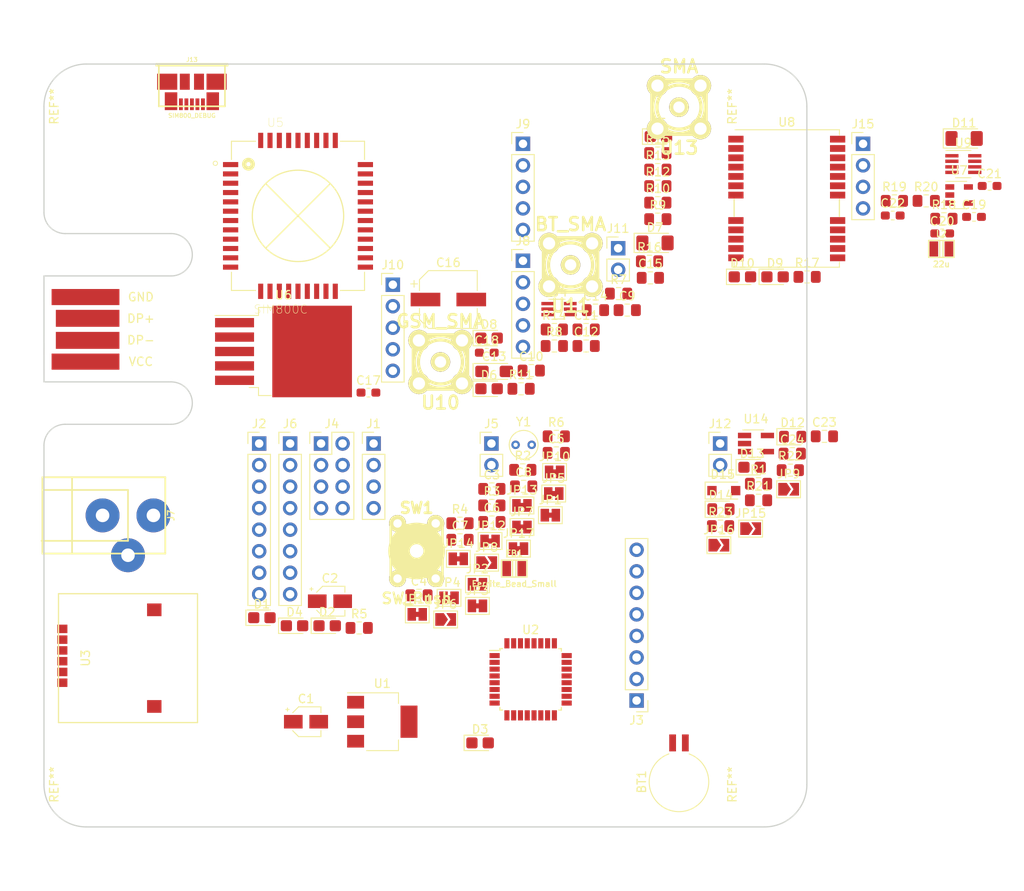
<source format=kicad_pcb>
(kicad_pcb (version 20171130) (host pcbnew 5.0.1-33cea8e~66~ubuntu18.04.1)
  (layers (0 F.Cu signal) (31 B.Cu signal) (34 B.Paste user) (35 F.Paste user) (36 B.SilkS user) (37 F.SilkS user) (38 B.Mask user) (39 F.Mask user) (44 Edge.Cuts user))
  (net 0 "")
  (net 1 GND)
  (net 2 +3V3)
  (net 3 "Net-(D1-Pad2)")
  (net 4 "Net-(D2-Pad2)")
  (net 5 "Net-(D3-Pad2)")
  (net 6 "Net-(JP1-Pad2)")
  (net 7 "Net-(JP2-Pad2)")
  (net 8 "Net-(JP3-Pad2)")
  (net 9 "Net-(JP4-Pad2)")
  (net 10 "Net-(JP7-Pad2)")
  (net 11 /stm32/NRST)
  (net 12 AVDD)
  (net 13 "Net-(FB1-Pad1)")
  (net 14 /ublox-gps/GPS_ANT)
  (net 15 "Net-(L2-Pad2)")
  (net 16 /SIM800C/BT_ANT)
  (net 17 /SIM800C/GSM_ANT)
  (net 18 /SIM800C/DP-)
  (net 19 /SIM800C/DP+)
  (net 20 /SIM800C/USB_VBUS)
  (net 21 /SIM800C/SIMVCC)
  (net 22 "Net-(U3-Pad4)")
  (net 23 "Net-(R8-Pad1)")
  (net 24 "Net-(R10-Pad1)")
  (net 25 "Net-(R9-Pad1)")
  (net 26 /SIM800C/STXD)
  (net 27 /SIM800C/SRXD)
  (net 28 /SIM800C/RTS)
  (net 29 /SIM800C/CTS)
  (net 30 /SIM800C/DCD)
  (net 31 /SIM800C/DTR)
  (net 32 /SIM800C/RI)
  (net 33 /SIM800C/MICP)
  (net 34 /SIM800C/MICN)
  (net 35 /SIM800C/SPKP)
  (net 36 /SIM800C/SPKN)
  (net 37 "Net-(U5-Pad14)")
  (net 38 /SIM800C/SIMDATA)
  (net 39 /SIM800C/SIMCLK)
  (net 40 /SIM800C/SIMRST)
  (net 41 /SIM800C/TXD2)
  (net 42 /SIM800C/RXD2)
  (net 43 /SIM800C/DN-)
  (net 44 /SIM800C/USB_GND)
  (net 45 /SIM800C/VRTC)
  (net 46 /SIM800C/RF_SYNC)
  (net 47 VDD_SIM800C)
  (net 48 /SIM800C/ADC)
  (net 49 /SIM800C/POWERKEY)
  (net 50 /SIM800C/VDD_EXT)
  (net 51 /SIM800C/NET)
  (net 52 /SIM800C/STA)
  (net 53 "Net-(C16-Pad2)")
  (net 54 "Net-(D12-Pad2)")
  (net 55 "Net-(R13-Pad2)")
  (net 56 "Net-(D9-Pad2)")
  (net 57 /ublox-gps/PULSE)
  (net 58 "Net-(D8-Pad2)")
  (net 59 "Net-(R18-Pad1)")
  (net 60 "Net-(D10-Pad1)")
  (net 61 "Net-(D11-Pad1)")
  (net 62 "Net-(BT1-Pad1)")
  (net 63 "Net-(D5-Pad2)")
  (net 64 /stm32/BOOT0)
  (net 65 "Net-(D4-Pad2)")
  (net 66 VDD_STM32)
  (net 67 "Net-(D6-Pad2)")
  (net 68 "Net-(U8-Pad1)")
  (net 69 "Net-(U8-Pad2)")
  (net 70 "Net-(U8-Pad4)")
  (net 71 "Net-(U8-Pad5)")
  (net 72 "Net-(U8-Pad6)")
  (net 73 "Net-(U8-Pad14)")
  (net 74 "Net-(U8-Pad15)")
  (net 75 "Net-(U8-Pad16)")
  (net 76 "Net-(U8-Pad17)")
  (net 77 /ublox-gps/GSDA)
  (net 78 /ublox-gps/GSCL)
  (net 79 /ublox-gps/TX)
  (net 80 /ublox-gps/RX)
  (net 81 VIN_GSM)
  (net 82 "Net-(U4-Pad1)")
  (net 83 VIN_GPS)
  (net 84 "Net-(U7-Pad4)")
  (net 85 "Net-(C2-Pad1)")
  (net 86 VIN_STM32)
  (net 87 /stm32/PA0)
  (net 88 /stm32/PA1)
  (net 89 /stm32/PA2)
  (net 90 /stm32/PA3)
  (net 91 /stm32/PA4)
  (net 92 /stm32/PA5)
  (net 93 /stm32/PA6)
  (net 94 /stm32/PA7)
  (net 95 /stm32/PB0)
  (net 96 /stm32/PB1)
  (net 97 "Net-(JP11-Pad1)")
  (net 98 /stm32/PA8)
  (net 99 /stm32/PA9)
  (net 100 /stm32/PA10)
  (net 101 /stm32/PA11)
  (net 102 /stm32/PA12)
  (net 103 /stm32/PA13)
  (net 104 /stm32/PA14)
  (net 105 /stm32/PA15)
  (net 106 /stm32/PB3)
  (net 107 /stm32/PB4)
  (net 108 /stm32/PB5)
  (net 109 /stm32/PB6)
  (net 110 /stm32/PB7)
  (net 111 "Net-(JP12-Pad1)")
  (net 112 "Net-(JP13-Pad1)")
  (net 113 /stm32/PC15)
  (net 114 /stm32/PC14)
  (net 115 "Net-(C3-Pad1)")
  (net 116 "Net-(JP17-Pad1)")
  (net 117 "Net-(C4-Pad1)")
  (net 118 "Net-(J6-Pad8)")
  (net 119 /SIM800C/RXD)
  (net 120 /SIM800C/TXD)
  (net 121 /SIM800C/V_MCU)
  (net 122 VIN)
  (net 123 VDD)
  (net 124 "Net-(J4-Pad4)")
  (net 125 VBUS)
  (net 126 "Net-(D14-Pad2)")
  (net 127 "Net-(D13-Pad1)")
  (net 128 "Net-(R21-Pad1)")
  (net 129 "Net-(R22-Pad1)")
  (net 130 VBAT)
  (net 131 "Net-(U15-Pad2)")
  (net 132 "Net-(U15-Pad3)")
  (net 133 "Net-(J13-Pad4)")
  (module w_conn_pc:conn_usb_B_micro_smd (layer F.Cu) (at 22.53874 7 180)
    (fp_text reference J13 (at 0 2.60096 180) (layer F.SilkS) (effects (font (size 0.50038 0.50038) (thickness 0.09906))))
    (fp_text value SIM800_DEBUG (at 0 -4.0005 180) (layer F.SilkS) (effects (font (size 0.50038 0.50038) (thickness 0.09906))))
    (pad "" smd rect (at -0.8382 0 180) (size 1.17348 1.89738) (layers F.Cu F.Paste F.Mask))
    (pad "" smd rect (at 0.8382 0 180) (size 1.17348 1.89738) (layers F.Cu F.Paste F.Mask))
    (pad "" smd rect (at 2.91338 0 180) (size 2.3749 1.89738) (layers F.Cu F.Paste F.Mask))
    (pad "" smd rect (at -2.91338 0 180) (size 2.3749 1.89738) (layers F.Cu F.Paste F.Mask))
    (pad "" smd rect (at 2.46126 -2.2987 180) (size 1.4732 2.10058) (layers F.Cu F.Paste F.Mask))
    (pad "" smd rect (at -2.46126 -2.2987 180) (size 1.4732 2.10058) (layers F.Cu F.Paste F.Mask))
    (pad 1 smd rect (at -1.30048 -2.65938 180) (size 0.44958 1.37922) (layers F.Cu F.Paste F.Mask) (net 20 /SIM800C/USB_VBUS))
    (pad 2 smd rect (at -0.65024 -2.65938 180) (size 0.44958 1.37922) (layers F.Cu F.Paste F.Mask) (net 18 /SIM800C/DP-))
    (pad 3 smd rect (at 0 -2.65938 180) (size 0.44958 1.37922) (layers F.Cu F.Paste F.Mask) (net 19 /SIM800C/DP+))
    (pad 4 smd rect (at 0.65024 -2.65938 180) (size 0.44958 1.37922) (layers F.Cu F.Paste F.Mask) (net 133 "Net-(J13-Pad4)"))
    (pad 5 smd rect (at 1.30048 -2.65938 180) (size 0.44958 1.37922) (layers F.Cu F.Paste F.Mask) (net 1 GND))
  )
  (module Battery:BatteryHolder_Seiko_MS621F (layer F.Cu) (at 80 85 90)
    (fp_text reference BT1 (at -4.6 -4.4 90) (layer F.SilkS))
    (fp_text value MS621F)
    (pad 1 smd rect (at 0 -0.75 90) (size 2 0.8) (layers F.Cu F.Paste F.Mask) (net 62 "Net-(BT1-Pad1)"))
    (pad 2 smd rect (at 0 0.75 90) (size 2 0.8) (layers F.Cu F.Paste F.Mask) (net 1 GND))
  )
  (module Capacitor_SMD:CP_Elec_3x5.4 (layer F.Cu) (at 36 82.5)
    (fp_text reference C1 (at 0 -2.7) (layer F.SilkS))
    (fp_text value 56u)
    (pad 2 smd rect (at 1.5 0) (size 2.2 1.6) (layers F.Cu F.Paste F.Mask) (net 1 GND))
    (pad 1 smd rect (at -1.5 0) (size 2.2 1.6) (layers F.Cu F.Paste F.Mask) (net 86 VIN_STM32))
  )
  (module Capacitor_SMD:CP_Elec_3x5.4 (layer F.Cu) (at 38.825001 68.285001)
    (fp_text reference C2 (at 0 -2.7) (layer F.SilkS))
    (fp_text value 10u)
    (pad 1 smd rect (at -1.5 0) (size 2.2 1.6) (layers F.Cu F.Paste F.Mask) (net 85 "Net-(C2-Pad1)"))
    (pad 2 smd rect (at 1.5 0) (size 2.2 1.6) (layers F.Cu F.Paste F.Mask) (net 1 GND))
  )
  (module Capacitor_SMD:CP_Elec_6.3x7.7 (layer F.Cu) (at 52.795001 32.695001)
    (fp_text reference C16 (at 0 -4.35) (layer F.SilkS))
    (fp_text value CP220uf,16V)
    (pad 1 smd rect (at -2.7 0) (size 3.5 1.6) (layers F.Cu F.Paste F.Mask) (net 47 VDD_SIM800C))
    (pad 2 smd rect (at 2.7 0) (size 3.5 1.6) (layers F.Cu F.Paste F.Mask) (net 53 "Net-(C16-Pad2)"))
  )
  (module Capacitor_SMD:C_0603_1608Metric_Pad1.05x0.95mm_HandSolder (layer F.Cu) (at 57.325001 38.965001)
    (fp_text reference C18 (at 0 -1.43) (layer F.SilkS))
    (fp_text value C106)
    (pad 2 smd roundrect (at 0.875 0) (size 1.05 0.95) (layers F.Cu F.Paste F.Mask) (net 45 /SIM800C/VRTC))
    (pad 1 smd roundrect (at -0.875 0) (size 1.05 0.95) (layers F.Cu F.Paste F.Mask) (net 1 GND))
  )
  (module Capacitor_SMD:C_0603_1608Metric_Pad1.05x0.95mm_HandSolder (layer F.Cu) (at 114.805001 22.945001)
    (fp_text reference C19 (at 0 -1.43) (layer F.SilkS))
    (fp_text value C105)
    (pad 1 smd roundrect (at -0.875 0) (size 1.05 0.95) (layers F.Cu F.Paste F.Mask) (net 83 VIN_GPS))
    (pad 2 smd roundrect (at 0.875 0) (size 1.05 0.95) (layers F.Cu F.Paste F.Mask) (net 1 GND))
  )
  (module Capacitor_SMD:C_0603_1608Metric_Pad1.05x0.95mm_HandSolder (layer F.Cu) (at 111.055001 24.895001)
    (fp_text reference C20 (at 0 -1.43) (layer F.SilkS))
    (fp_text value C106)
    (pad 2 smd roundrect (at 0.875 0) (size 1.05 0.95) (layers F.Cu F.Paste F.Mask) (net 1 GND))
    (pad 1 smd roundrect (at -0.875 0) (size 1.05 0.95) (layers F.Cu F.Paste F.Mask) (net 2 +3V3))
  )
  (module Capacitor_SMD:C_0603_1608Metric_Pad1.05x0.95mm_HandSolder (layer F.Cu) (at 116.645001 19.295001)
    (fp_text reference C21 (at 0 -1.43) (layer F.SilkS))
    (fp_text value C104)
    (pad 1 smd roundrect (at -0.875 0) (size 1.05 0.95) (layers F.Cu F.Paste F.Mask) (net 2 +3V3))
    (pad 2 smd roundrect (at 0.875 0) (size 1.05 0.95) (layers F.Cu F.Paste F.Mask) (net 1 GND))
  )
  (module Capacitor_SMD:C_0603_1608Metric_Pad1.05x0.95mm_HandSolder (layer F.Cu) (at 105.215001 22.785001)
    (fp_text reference C22 (at 0 -1.43) (layer F.SilkS))
    (fp_text value C104)
    (pad 2 smd roundrect (at 0.875 0) (size 1.05 0.95) (layers F.Cu F.Paste F.Mask) (net 1 GND))
    (pad 1 smd roundrect (at -0.875 0) (size 1.05 0.95) (layers F.Cu F.Paste F.Mask) (net 2 +3V3))
  )
  (module Capacitor_SMD:C_0603_1608Metric_Pad1.05x0.95mm_HandSolder (layer F.Cu) (at 43.365001 43.675001)
    (fp_text reference C17 (at 0 -1.43) (layer F.SilkS))
    (fp_text value C104)
    (pad 1 smd roundrect (at -0.875 0) (size 1.05 0.95) (layers F.Cu F.Paste F.Mask) (net 47 VDD_SIM800C))
    (pad 2 smd roundrect (at 0.875 0) (size 1.05 0.95) (layers F.Cu F.Paste F.Mask) (net 53 "Net-(C16-Pad2)"))
  )
  (module Capacitor_SMD:C_0805_2012Metric_Pad1.15x1.40mm_HandSolder (layer F.Cu) (at 61.675001 54.735001)
    (fp_text reference C8 (at 0 -1.65) (layer F.SilkS))
    (fp_text value C104)
    (pad 2 smd roundrect (at 1.025 0) (size 1.15 1.4) (layers F.Cu F.Paste F.Mask) (roundrect_rratio 0.217391) (net 11 /stm32/NRST))
    (pad 1 smd roundrect (at -1.025 0) (size 1.15 1.4) (layers F.Cu F.Paste F.Mask) (roundrect_rratio 0.217391) (net 1 GND))
  )
  (module Capacitor_SMD:C_0805_2012Metric_Pad1.15x1.40mm_HandSolder (layer F.Cu) (at 62.575001 41.075001)
    (fp_text reference C10 (at 0 -1.65) (layer F.SilkS))
    (fp_text value C33pf)
    (pad 1 smd roundrect (at -1.025 0) (size 1.15 1.4) (layers F.Cu F.Paste F.Mask) (roundrect_rratio 0.217391) (net 39 /SIM800C/SIMCLK))
    (pad 2 smd roundrect (at 1.025 0) (size 1.15 1.4) (layers F.Cu F.Paste F.Mask) (roundrect_rratio 0.217391) (net 1 GND))
  )
  (module Capacitor_SMD:C_0805_2012Metric_Pad1.15x1.40mm_HandSolder (layer F.Cu) (at 69.045001 36.225001)
    (fp_text reference C11 (at 0 -1.65) (layer F.SilkS))
    (fp_text value C22pf)
    (pad 2 smd roundrect (at 1.025 0) (size 1.15 1.4) (layers F.Cu F.Paste F.Mask) (roundrect_rratio 0.217391) (net 1 GND))
    (pad 1 smd roundrect (at -1.025 0) (size 1.15 1.4) (layers F.Cu F.Paste F.Mask) (roundrect_rratio 0.217391) (net 38 /SIM800C/SIMDATA))
  )
  (module Capacitor_SMD:C_0805_2012Metric_Pad1.15x1.40mm_HandSolder (layer F.Cu) (at 69.045001 38.175001)
    (fp_text reference C12 (at 0 -1.65) (layer F.SilkS))
    (fp_text value C104)
    (pad 1 smd roundrect (at -1.025 0) (size 1.15 1.4) (layers F.Cu F.Paste F.Mask) (roundrect_rratio 0.217391) (net 1 GND))
    (pad 2 smd roundrect (at 1.025 0) (size 1.15 1.4) (layers F.Cu F.Paste F.Mask) (roundrect_rratio 0.217391) (net 21 /SIM800C/SIMVCC))
  )
  (module Capacitor_SMD:C_0805_2012Metric_Pad1.15x1.40mm_HandSolder (layer F.Cu) (at 70.145001 33.945001)
    (fp_text reference C14 (at 0 -1.65) (layer F.SilkS))
    (fp_text value C106)
    (pad 2 smd roundrect (at 1.025 0) (size 1.15 1.4) (layers F.Cu F.Paste F.Mask) (roundrect_rratio 0.217391) (net 47 VDD_SIM800C))
    (pad 1 smd roundrect (at -1.025 0) (size 1.15 1.4) (layers F.Cu F.Paste F.Mask) (roundrect_rratio 0.217391) (net 1 GND))
  )
  (module Capacitor_SMD:C_0805_2012Metric_Pad1.15x1.40mm_HandSolder (layer F.Cu) (at 76.625001 30.135001)
    (fp_text reference C15 (at 0 -1.65) (layer F.SilkS))
    (fp_text value C106)
    (pad 1 smd roundrect (at -1.025 0) (size 1.15 1.4) (layers F.Cu F.Paste F.Mask) (roundrect_rratio 0.217391) (net 81 VIN_GSM))
    (pad 2 smd roundrect (at 1.025 0) (size 1.15 1.4) (layers F.Cu F.Paste F.Mask) (roundrect_rratio 0.217391) (net 1 GND))
  )
  (module Capacitor_SMD:C_0805_2012Metric_Pad1.15x1.40mm_HandSolder (layer F.Cu) (at 73.895001 33.945001)
    (fp_text reference C9 (at 0 -1.65) (layer F.SilkS))
    (fp_text value C33pf)
    (pad 2 smd roundrect (at 1.025 0) (size 1.15 1.4) (layers F.Cu F.Paste F.Mask) (roundrect_rratio 0.217391) (net 1 GND))
    (pad 1 smd roundrect (at -1.025 0) (size 1.15 1.4) (layers F.Cu F.Paste F.Mask) (roundrect_rratio 0.217391) (net 40 /SIM800C/SIMRST))
  )
  (module Capacitor_SMD:C_0805_2012Metric_Pad1.15x1.40mm_HandSolder (layer F.Cu) (at 54.165001 61.035001)
    (fp_text reference C7 (at 0 -1.65) (layer F.SilkS))
    (fp_text value C104)
    (pad 1 smd roundrect (at -1.025 0) (size 1.15 1.4) (layers F.Cu F.Paste F.Mask) (roundrect_rratio 0.217391) (net 12 AVDD))
    (pad 2 smd roundrect (at 1.025 0) (size 1.15 1.4) (layers F.Cu F.Paste F.Mask) (roundrect_rratio 0.217391) (net 1 GND))
  )
  (module Capacitor_SMD:C_0805_2012Metric_Pad1.15x1.40mm_HandSolder (layer F.Cu) (at 57.925001 58.935001)
    (fp_text reference C6 (at 0 -1.65) (layer F.SilkS))
    (fp_text value C104)
    (pad 2 smd roundrect (at 1.025 0) (size 1.15 1.4) (layers F.Cu F.Paste F.Mask) (roundrect_rratio 0.217391) (net 1 GND))
    (pad 1 smd roundrect (at -1.025 0) (size 1.15 1.4) (layers F.Cu F.Paste F.Mask) (roundrect_rratio 0.217391) (net 66 VDD_STM32))
  )
  (module Capacitor_SMD:C_0805_2012Metric_Pad1.15x1.40mm_HandSolder (layer F.Cu) (at 65.525001 50.785001)
    (fp_text reference C5 (at 0 -1.65) (layer F.SilkS))
    (fp_text value C104)
    (pad 1 smd roundrect (at -1.025 0) (size 1.15 1.4) (layers F.Cu F.Paste F.Mask) (roundrect_rratio 0.217391) (net 66 VDD_STM32))
    (pad 2 smd roundrect (at 1.025 0) (size 1.15 1.4) (layers F.Cu F.Paste F.Mask) (roundrect_rratio 0.217391) (net 1 GND))
  )
  (module Capacitor_SMD:C_0805_2012Metric_Pad1.15x1.40mm_HandSolder (layer F.Cu) (at 49.325001 67.585001)
    (fp_text reference C4 (at 0 -1.65) (layer F.SilkS))
    (fp_text value C4.7pf)
    (pad 2 smd roundrect (at 1.025 0) (size 1.15 1.4) (layers F.Cu F.Paste F.Mask) (roundrect_rratio 0.217391) (net 1 GND))
    (pad 1 smd roundrect (at -1.025 0) (size 1.15 1.4) (layers F.Cu F.Paste F.Mask) (roundrect_rratio 0.217391) (net 117 "Net-(C4-Pad1)"))
  )
  (module Capacitor_SMD:C_0805_2012Metric_Pad1.15x1.40mm_HandSolder (layer F.Cu) (at 97.155001 48.835001)
    (fp_text reference C23 (at 0 -1.65) (layer F.SilkS))
    (fp_text value C106)
    (pad 1 smd roundrect (at -1.025 0) (size 1.15 1.4) (layers F.Cu F.Paste F.Mask) (roundrect_rratio 0.217391) (net 130 VBAT))
    (pad 2 smd roundrect (at 1.025 0) (size 1.15 1.4) (layers F.Cu F.Paste F.Mask) (roundrect_rratio 0.217391) (net 1 GND))
  )
  (module Capacitor_SMD:C_0805_2012Metric_Pad1.15x1.40mm_HandSolder (layer F.Cu) (at 93.365001 50.875001)
    (fp_text reference C24 (at 0 -1.65) (layer F.SilkS))
    (fp_text value C106)
    (pad 2 smd roundrect (at 1.025 0) (size 1.15 1.4) (layers F.Cu F.Paste F.Mask) (roundrect_rratio 0.217391) (net 1 GND))
    (pad 1 smd roundrect (at -1.025 0) (size 1.15 1.4) (layers F.Cu F.Paste F.Mask) (roundrect_rratio 0.217391) (net 125 VBUS))
  )
  (module Capacitor_SMD:C_0805_2012Metric_Pad1.15x1.40mm_HandSolder (layer F.Cu) (at 57.925001 55.035001)
    (fp_text reference C3 (at 0 -1.65) (layer F.SilkS))
    (fp_text value C4.7pf)
    (pad 1 smd roundrect (at -1.025 0) (size 1.15 1.4) (layers F.Cu F.Paste F.Mask) (roundrect_rratio 0.217391) (net 115 "Net-(C3-Pad1)"))
    (pad 2 smd roundrect (at 1.025 0) (size 1.15 1.4) (layers F.Cu F.Paste F.Mask) (roundrect_rratio 0.217391) (net 1 GND))
  )
  (module Capacitor_Tantalum_SMD:CP_EIA-3216-12_Kemet-S_Pad1.58x1.35mm_HandSolder (layer F.Cu) (at 58.195001 41.175001)
    (fp_text reference C13 (at 0 -1.75) (layer F.SilkS))
    (fp_text value TC107,6V)
    (pad 1 smd roundrect (at -1.4375 0) (size 1.575 1.35) (layers F.Cu F.Paste F.Mask) (roundrect_rratio 0.185185) (net 47 VDD_SIM800C))
    (pad 2 smd roundrect (at 1.4375 0) (size 1.575 1.35) (layers F.Cu F.Paste F.Mask) (roundrect_rratio 0.185185) (net 1 GND))
  )
  (module Connector_PinHeader_2.54mm:PinHeader_1x02_P2.54mm_Vertical (layer F.Cu) (at 57.875001 49.685001)
    (fp_text reference J5 (at 0 -2.33) (layer F.SilkS))
    (fp_text value Conn_01x02)
    (pad 1 thru_hole rect (at 0 0) (size 1.7 1.7) (drill 1) (layers *.Cu *.Mask) (net 2 +3V3))
    (pad 2 thru_hole oval (at 0 2.54) (size 1.7 1.7) (drill 1) (layers *.Cu *.Mask) (net 66 VDD_STM32))
  )
  (module Connector_PinHeader_2.54mm:PinHeader_1x02_P2.54mm_Vertical (layer F.Cu) (at 72.825001 26.645001)
    (fp_text reference J11 (at 0 -2.33) (layer F.SilkS))
    (fp_text value Conn_01x02)
    (pad 2 thru_hole oval (at 0 2.54) (size 1.7 1.7) (drill 1) (layers *.Cu *.Mask) (net 47 VDD_SIM800C))
    (pad 1 thru_hole rect (at 0 0) (size 1.7 1.7) (drill 1) (layers *.Cu *.Mask) (net 1 GND))
  )
  (module Connector_PinHeader_2.54mm:PinHeader_1x02_P2.54mm_Vertical (layer F.Cu) (at 84.855001 49.685001)
    (fp_text reference J12 (at 0 -2.33) (layer F.SilkS))
    (fp_text value Conn_01x02)
    (pad 1 thru_hole rect (at 0 0) (size 1.7 1.7) (drill 1) (layers *.Cu *.Mask) (net 130 VBAT))
    (pad 2 thru_hole oval (at 0 2.54) (size 1.7 1.7) (drill 1) (layers *.Cu *.Mask) (net 1 GND))
  )
  (module Connector_PinHeader_2.54mm:PinHeader_1x04_P2.54mm_Vertical (layer F.Cu) (at 43.975001 49.685001)
    (fp_text reference J1 (at 0 -2.33) (layer F.SilkS))
    (fp_text value PWR_CONN)
    (pad 4 thru_hole oval (at 0 7.62) (size 1.7 1.7) (drill 1) (layers *.Cu *.Mask) (net 1 GND))
    (pad 3 thru_hole oval (at 0 5.08) (size 1.7 1.7) (drill 1) (layers *.Cu *.Mask) (net 66 VDD_STM32))
    (pad 2 thru_hole oval (at 0 2.54) (size 1.7 1.7) (drill 1) (layers *.Cu *.Mask) (net 2 +3V3))
    (pad 1 thru_hole rect (at 0 0) (size 1.7 1.7) (drill 1) (layers *.Cu *.Mask) (net 122 VIN))
  )
  (module Connector_PinHeader_2.54mm:PinHeader_1x04_P2.54mm_Vertical (layer F.Cu) (at 101.715001 14.325001)
    (fp_text reference J15 (at 0 -2.33) (layer F.SilkS))
    (fp_text value Conn_01x04)
    (pad 1 thru_hole rect (at 0 0) (size 1.7 1.7) (drill 1) (layers *.Cu *.Mask) (net 1 GND))
    (pad 2 thru_hole oval (at 0 2.54) (size 1.7 1.7) (drill 1) (layers *.Cu *.Mask) (net 79 /ublox-gps/TX))
    (pad 3 thru_hole oval (at 0 5.08) (size 1.7 1.7) (drill 1) (layers *.Cu *.Mask) (net 80 /ublox-gps/RX))
    (pad 4 thru_hole oval (at 0 7.62) (size 1.7 1.7) (drill 1) (layers *.Cu *.Mask) (net 83 VIN_GPS))
  )
  (module Connector_PinHeader_2.54mm:PinHeader_1x05_P2.54mm_Vertical (layer F.Cu) (at 61.595001 28.125001)
    (fp_text reference J8 (at 0 -2.33) (layer F.SilkS))
    (fp_text value Conn_01x05)
    (pad 1 thru_hole rect (at 0 0) (size 1.7 1.7) (drill 1) (layers *.Cu *.Mask) (net 119 /SIM800C/RXD))
    (pad 2 thru_hole oval (at 0 2.54) (size 1.7 1.7) (drill 1) (layers *.Cu *.Mask) (net 120 /SIM800C/TXD))
    (pad 3 thru_hole oval (at 0 5.08) (size 1.7 1.7) (drill 1) (layers *.Cu *.Mask) (net 121 /SIM800C/V_MCU))
    (pad 4 thru_hole oval (at 0 7.62) (size 1.7 1.7) (drill 1) (layers *.Cu *.Mask) (net 1 GND))
    (pad 5 thru_hole oval (at 0 10.16) (size 1.7 1.7) (drill 1) (layers *.Cu *.Mask) (net 81 VIN_GSM))
  )
  (module Connector_PinHeader_2.54mm:PinHeader_1x05_P2.54mm_Vertical (layer F.Cu) (at 61.595001 14.325001)
    (fp_text reference J9 (at 0 -2.33) (layer F.SilkS))
    (fp_text value Conn_01x05)
    (pad 5 thru_hole oval (at 0 10.16) (size 1.7 1.7) (drill 1) (layers *.Cu *.Mask) (net 1 GND))
    (pad 4 thru_hole oval (at 0 7.62) (size 1.7 1.7) (drill 1) (layers *.Cu *.Mask) (net 36 /SIM800C/SPKN))
    (pad 3 thru_hole oval (at 0 5.08) (size 1.7 1.7) (drill 1) (layers *.Cu *.Mask) (net 35 /SIM800C/SPKP))
    (pad 2 thru_hole oval (at 0 2.54) (size 1.7 1.7) (drill 1) (layers *.Cu *.Mask) (net 33 /SIM800C/MICP))
    (pad 1 thru_hole rect (at 0 0) (size 1.7 1.7) (drill 1) (layers *.Cu *.Mask) (net 34 /SIM800C/MICN))
  )
  (module Connector_PinHeader_2.54mm:PinHeader_1x05_P2.54mm_Vertical (layer F.Cu) (at 46.245001 30.945001)
    (fp_text reference J10 (at 0 -2.33) (layer F.SilkS))
    (fp_text value Conn_01x05)
    (pad 1 thru_hole rect (at 0 0) (size 1.7 1.7) (drill 1) (layers *.Cu *.Mask) (net 32 /SIM800C/RI))
    (pad 2 thru_hole oval (at 0 2.54) (size 1.7 1.7) (drill 1) (layers *.Cu *.Mask) (net 31 /SIM800C/DTR))
    (pad 3 thru_hole oval (at 0 5.08) (size 1.7 1.7) (drill 1) (layers *.Cu *.Mask) (net 30 /SIM800C/DCD))
    (pad 4 thru_hole oval (at 0 7.62) (size 1.7 1.7) (drill 1) (layers *.Cu *.Mask) (net 29 /SIM800C/CTS))
    (pad 5 thru_hole oval (at 0 10.16) (size 1.7 1.7) (drill 1) (layers *.Cu *.Mask) (net 28 /SIM800C/RTS))
  )
  (module Connector_PinHeader_2.54mm:PinHeader_1x08_P2.54mm_Vertical (layer F.Cu) (at 75 80 180)
    (fp_text reference J3 (at 0 -2.33 180) (layer F.SilkS))
    (fp_text value Conn_01x08)
    (pad 1 thru_hole rect (at 0 0 180) (size 1.7 1.7) (drill 1) (layers *.Cu *.Mask) (net 98 /stm32/PA8))
    (pad 2 thru_hole oval (at 0 2.54 180) (size 1.7 1.7) (drill 1) (layers *.Cu *.Mask) (net 99 /stm32/PA9))
    (pad 3 thru_hole oval (at 0 5.08 180) (size 1.7 1.7) (drill 1) (layers *.Cu *.Mask) (net 100 /stm32/PA10))
    (pad 4 thru_hole oval (at 0 7.62 180) (size 1.7 1.7) (drill 1) (layers *.Cu *.Mask) (net 101 /stm32/PA11))
    (pad 5 thru_hole oval (at 0 10.16 180) (size 1.7 1.7) (drill 1) (layers *.Cu *.Mask) (net 102 /stm32/PA12))
    (pad 6 thru_hole oval (at 0 12.7 180) (size 1.7 1.7) (drill 1) (layers *.Cu *.Mask) (net 114 /stm32/PC14))
    (pad 7 thru_hole oval (at 0 15.24 180) (size 1.7 1.7) (drill 1) (layers *.Cu *.Mask) (net 113 /stm32/PC15))
    (pad 8 thru_hole oval (at 0 17.78 180) (size 1.7 1.7) (drill 1) (layers *.Cu *.Mask) (net 105 /stm32/PA15))
  )
  (module Connector_PinHeader_2.54mm:PinHeader_1x08_P2.54mm_Vertical (layer F.Cu) (at 30.475001 49.685001)
    (fp_text reference J2 (at 0 -2.33) (layer F.SilkS))
    (fp_text value Conn_01x08)
    (pad 8 thru_hole oval (at 0 17.78) (size 1.7 1.7) (drill 1) (layers *.Cu *.Mask) (net 94 /stm32/PA7))
    (pad 7 thru_hole oval (at 0 15.24) (size 1.7 1.7) (drill 1) (layers *.Cu *.Mask) (net 93 /stm32/PA6))
    (pad 6 thru_hole oval (at 0 12.7) (size 1.7 1.7) (drill 1) (layers *.Cu *.Mask) (net 92 /stm32/PA5))
    (pad 5 thru_hole oval (at 0 10.16) (size 1.7 1.7) (drill 1) (layers *.Cu *.Mask) (net 91 /stm32/PA4))
    (pad 4 thru_hole oval (at 0 7.62) (size 1.7 1.7) (drill 1) (layers *.Cu *.Mask) (net 90 /stm32/PA3))
    (pad 3 thru_hole oval (at 0 5.08) (size 1.7 1.7) (drill 1) (layers *.Cu *.Mask) (net 89 /stm32/PA2))
    (pad 2 thru_hole oval (at 0 2.54) (size 1.7 1.7) (drill 1) (layers *.Cu *.Mask) (net 88 /stm32/PA1))
    (pad 1 thru_hole rect (at 0 0) (size 1.7 1.7) (drill 1) (layers *.Cu *.Mask) (net 87 /stm32/PA0))
  )
  (module Connector_PinHeader_2.54mm:PinHeader_1x08_P2.54mm_Vertical (layer F.Cu) (at 34.125001 49.685001)
    (fp_text reference J6 (at 0 -2.33) (layer F.SilkS))
    (fp_text value Conn_01x08)
    (pad 1 thru_hole rect (at 0 0) (size 1.7 1.7) (drill 1) (layers *.Cu *.Mask) (net 95 /stm32/PB0))
    (pad 2 thru_hole oval (at 0 2.54) (size 1.7 1.7) (drill 1) (layers *.Cu *.Mask) (net 96 /stm32/PB1))
    (pad 3 thru_hole oval (at 0 5.08) (size 1.7 1.7) (drill 1) (layers *.Cu *.Mask) (net 106 /stm32/PB3))
    (pad 4 thru_hole oval (at 0 7.62) (size 1.7 1.7) (drill 1) (layers *.Cu *.Mask) (net 107 /stm32/PB4))
    (pad 5 thru_hole oval (at 0 10.16) (size 1.7 1.7) (drill 1) (layers *.Cu *.Mask) (net 108 /stm32/PB5))
    (pad 6 thru_hole oval (at 0 12.7) (size 1.7 1.7) (drill 1) (layers *.Cu *.Mask) (net 109 /stm32/PB6))
    (pad 7 thru_hole oval (at 0 15.24) (size 1.7 1.7) (drill 1) (layers *.Cu *.Mask) (net 110 /stm32/PB7))
    (pad 8 thru_hole oval (at 0 17.78) (size 1.7 1.7) (drill 1) (layers *.Cu *.Mask) (net 118 "Net-(J6-Pad8)"))
  )
  (module Connector_PinHeader_2.54mm:PinHeader_2x04_P2.54mm_Vertical (layer F.Cu) (at 37.775001 49.685001)
    (fp_text reference J4 (at 1.27 -2.33) (layer F.SilkS))
    (fp_text value Conn_02x04_Odd_Even)
    (pad 1 thru_hole rect (at 0 0) (size 1.7 1.7) (drill 1) (layers *.Cu *.Mask) (net 123 VDD))
    (pad 2 thru_hole oval (at 2.54 0) (size 1.7 1.7) (drill 1) (layers *.Cu *.Mask) (net 123 VDD))
    (pad 3 thru_hole oval (at 0 2.54) (size 1.7 1.7) (drill 1) (layers *.Cu *.Mask) (net 104 /stm32/PA14))
    (pad 4 thru_hole oval (at 2.54 2.54) (size 1.7 1.7) (drill 1) (layers *.Cu *.Mask) (net 124 "Net-(J4-Pad4)"))
    (pad 5 thru_hole oval (at 0 5.08) (size 1.7 1.7) (drill 1) (layers *.Cu *.Mask) (net 1 GND))
    (pad 6 thru_hole oval (at 2.54 5.08) (size 1.7 1.7) (drill 1) (layers *.Cu *.Mask) (net 1 GND))
    (pad 7 thru_hole oval (at 0 7.62) (size 1.7 1.7) (drill 1) (layers *.Cu *.Mask) (net 103 /stm32/PA13))
    (pad 8 thru_hole oval (at 2.54 7.62) (size 1.7 1.7) (drill 1) (layers *.Cu *.Mask) (net 11 /stm32/NRST))
  )
  (module Crystal:Crystal_C38-LF_D3.0mm_L8.0mm_Vertical (layer F.Cu) (at 60.725001 49.835001)
    (fp_text reference Y1 (at 0.95 -2.7) (layer F.SilkS))
    (fp_text value O32.768K)
    (pad 1 thru_hole circle (at 0 0) (size 1 1) (drill 0.5) (layers *.Cu *.Mask) (net 115 "Net-(C3-Pad1)"))
    (pad 2 thru_hole circle (at 1.9 0) (size 1 1) (drill 0.5) (layers *.Cu *.Mask) (net 117 "Net-(C4-Pad1)"))
  )
  (module Diode_SMD:D_1206_3216Metric_Pad1.42x1.75mm_HandSolder (layer F.Cu) (at 113.640001 13.695001)
    (fp_text reference D11 (at 0 -1.82) (layer F.SilkS))
    (fp_text value SD_1N5817_SS12)
    (pad 2 smd roundrect (at 1.4875 0) (size 1.425 1.75) (layers F.Cu F.Paste F.Mask) (roundrect_rratio 0.175439) (net 2 +3V3))
    (pad 1 smd roundrect (at -1.4875 0) (size 1.425 1.75) (layers F.Cu F.Paste F.Mask) (roundrect_rratio 0.175439) (net 61 "Net-(D11-Pad1)"))
  )
  (module Diode_SMD:D_1206_3216Metric_Pad1.42x1.75mm_HandSolder (layer F.Cu) (at 77.170001 26.015001)
    (fp_text reference D7 (at 0 -1.82) (layer F.SilkS))
    (fp_text value ZD_4V7)
    (pad 1 smd roundrect (at -1.4875 0) (size 1.425 1.75) (layers F.Cu F.Paste F.Mask) (roundrect_rratio 0.175439) (net 47 VDD_SIM800C))
    (pad 2 smd roundrect (at 1.4875 0) (size 1.425 1.75) (layers F.Cu F.Paste F.Mask) (roundrect_rratio 0.175439) (net 53 "Net-(C16-Pad2)"))
  )
  (module Diode_SMD:D_SOD-123F (layer F.Cu) (at 85.290001 55.235001)
    (fp_text reference D15 (at -0.127 -1.905) (layer F.SilkS))
    (fp_text value MBR120)
    (pad 1 smd rect (at -1.4 0) (size 1.1 1.1) (layers F.Cu F.Paste F.Mask) (net 125 VBUS))
    (pad 2 smd rect (at 1.4 0) (size 1.1 1.1) (layers F.Cu F.Paste F.Mask) (net 130 VBAT))
  )
  (module Jumper:SolderJumper-2_P1.3mm_Bridged_Pad1.0x1.5mm (layer F.Cu) (at 61.065001 62.085001)
    (fp_text reference JP17 (at 0 -1.8) (layer F.SilkS))
    (fp_text value Jumper)
    (pad 2 smd rect (at 0.65 0) (size 1 1.5) (layers F.Cu F.Mask) (net 87 /stm32/PA0))
    (pad 1 smd custom (at -0.65 0) (size 1 1.5) (layers F.Cu F.Mask) (net 116 "Net-(JP17-Pad1)") (options (clearance outline) (anchor rect)) (primitives (gr_poly (pts (xy 0.4 -0.3) (xy 0.9 -0.3) (xy 0.9 0.3) (xy 0.4 0.3)) (width 0))))
  )
  (module Jumper:SolderJumper-2_P1.3mm_Bridged_Pad1.0x1.5mm (layer F.Cu) (at 64.825001 58.135001)
    (fp_text reference JP1 (at 0 -1.8) (layer F.SilkS))
    (fp_text value Jumper)
    (pad 1 smd custom (at -0.65 0) (size 1 1.5) (layers F.Cu F.Mask) (net 106 /stm32/PB3) (options (clearance outline) (anchor rect)) (primitives (gr_poly (pts (xy 0.4 -0.3) (xy 0.9 -0.3) (xy 0.9 0.3) (xy 0.4 0.3)) (width 0))))
    (pad 2 smd rect (at 0.65 0) (size 1 1.5) (layers F.Cu F.Mask) (net 6 "Net-(JP1-Pad2)"))
  )
  (module Jumper:SolderJumper-2_P1.3mm_Bridged_Pad1.0x1.5mm (layer F.Cu) (at 56.225001 66.285001)
    (fp_text reference JP2 (at 0 -1.8) (layer F.SilkS))
    (fp_text value Jumper)
    (pad 2 smd rect (at 0.65 0) (size 1 1.5) (layers F.Cu F.Mask) (net 7 "Net-(JP2-Pad2)"))
    (pad 1 smd custom (at -0.65 0) (size 1 1.5) (layers F.Cu F.Mask) (net 86 VIN_STM32) (options (clearance outline) (anchor rect)) (primitives (gr_poly (pts (xy 0.4 -0.3) (xy 0.9 -0.3) (xy 0.9 0.3) (xy 0.4 0.3)) (width 0))))
  )
  (module Jumper:SolderJumper-2_P1.3mm_Bridged_Pad1.0x1.5mm (layer F.Cu) (at 53.965001 63.285001)
    (fp_text reference JP14 (at 0 -1.8) (layer F.SilkS))
    (fp_text value Jumper_NC_Small)
    (pad 1 smd custom (at -0.65 0) (size 1 1.5) (layers F.Cu F.Mask) (net 85 "Net-(C2-Pad1)") (options (clearance outline) (anchor rect)) (primitives (gr_poly (pts (xy 0.4 -0.3) (xy 0.9 -0.3) (xy 0.9 0.3) (xy 0.4 0.3)) (width 0))))
    (pad 2 smd rect (at 0.65 0) (size 1 1.5) (layers F.Cu F.Mask) (net 2 +3V3))
  )
  (module Jumper:SolderJumper-2_P1.3mm_Bridged_Pad1.0x1.5mm (layer F.Cu) (at 61.475001 56.985001)
    (fp_text reference JP13 (at 0 -1.8) (layer F.SilkS))
    (fp_text value Jumper_NC_Small)
    (pad 2 smd rect (at 0.65 0) (size 1 1.5) (layers F.Cu F.Mask) (net 1 GND))
    (pad 1 smd custom (at -0.65 0) (size 1 1.5) (layers F.Cu F.Mask) (net 112 "Net-(JP13-Pad1)") (options (clearance outline) (anchor rect)) (primitives (gr_poly (pts (xy 0.4 -0.3) (xy 0.9 -0.3) (xy 0.9 0.3) (xy 0.4 0.3)) (width 0))))
  )
  (module Jumper:SolderJumper-2_P1.3mm_Bridged_Pad1.0x1.5mm (layer F.Cu) (at 57.715001 61.185001)
    (fp_text reference JP12 (at 0 -1.8) (layer F.SilkS))
    (fp_text value Jumper)
    (pad 1 smd custom (at -0.65 0) (size 1 1.5) (layers F.Cu F.Mask) (net 111 "Net-(JP12-Pad1)") (options (clearance outline) (anchor rect)) (primitives (gr_poly (pts (xy 0.4 -0.3) (xy 0.9 -0.3) (xy 0.9 0.3) (xy 0.4 0.3)) (width 0))))
    (pad 2 smd rect (at 0.65 0) (size 1 1.5) (layers F.Cu F.Mask) (net 64 /stm32/BOOT0))
  )
  (module Jumper:SolderJumper-2_P1.3mm_Bridged_Pad1.0x1.5mm (layer F.Cu) (at 49.125001 69.835001)
    (fp_text reference JP11 (at 0 -1.8) (layer F.SilkS))
    (fp_text value Jumper_NC_Small)
    (pad 2 smd rect (at 0.65 0) (size 1 1.5) (layers F.Cu F.Mask) (net 1 GND))
    (pad 1 smd custom (at -0.65 0) (size 1 1.5) (layers F.Cu F.Mask) (net 97 "Net-(JP11-Pad1)") (options (clearance outline) (anchor rect)) (primitives (gr_poly (pts (xy 0.4 -0.3) (xy 0.9 -0.3) (xy 0.9 0.3) (xy 0.4 0.3)) (width 0))))
  )
  (module Jumper:SolderJumper-2_P1.3mm_Bridged_Pad1.0x1.5mm (layer F.Cu) (at 65.325001 53.035001)
    (fp_text reference JP10 (at 0 -1.8) (layer F.SilkS))
    (fp_text value Jumper_NC_Small)
    (pad 1 smd custom (at -0.65 0) (size 1 1.5) (layers F.Cu F.Mask) (net 13 "Net-(FB1-Pad1)") (options (clearance outline) (anchor rect)) (primitives (gr_poly (pts (xy 0.4 -0.3) (xy 0.9 -0.3) (xy 0.9 0.3) (xy 0.4 0.3)) (width 0))))
    (pad 2 smd rect (at 0.65 0) (size 1 1.5) (layers F.Cu F.Mask) (net 66 VDD_STM32))
  )
  (module Jumper:SolderJumper-2_P1.3mm_Bridged_Pad1.0x1.5mm (layer F.Cu) (at 56.225001 68.835001)
    (fp_text reference JP3 (at 0 -1.8) (layer F.SilkS))
    (fp_text value Jumper)
    (pad 2 smd rect (at 0.65 0) (size 1 1.5) (layers F.Cu F.Mask) (net 8 "Net-(JP3-Pad2)"))
    (pad 1 smd custom (at -0.65 0) (size 1 1.5) (layers F.Cu F.Mask) (net 66 VDD_STM32) (options (clearance outline) (anchor rect)) (primitives (gr_poly (pts (xy 0.4 -0.3) (xy 0.9 -0.3) (xy 0.9 0.3) (xy 0.4 0.3)) (width 0))))
  )
  (module Jumper:SolderJumper-2_P1.3mm_Bridged_Pad1.0x1.5mm (layer F.Cu) (at 52.875001 67.885001)
    (fp_text reference JP4 (at 0 -1.8) (layer F.SilkS))
    (fp_text value Jumper)
    (pad 1 smd custom (at -0.65 0) (size 1 1.5) (layers F.Cu F.Mask) (net 116 "Net-(JP17-Pad1)") (options (clearance outline) (anchor rect)) (primitives (gr_poly (pts (xy 0.4 -0.3) (xy 0.9 -0.3) (xy 0.9 0.3) (xy 0.4 0.3)) (width 0))))
    (pad 2 smd rect (at 0.65 0) (size 1 1.5) (layers F.Cu F.Mask) (net 9 "Net-(JP4-Pad2)"))
  )
  (module Jumper:SolderJumper-2_P1.3mm_Bridged_Pad1.0x1.5mm (layer F.Cu) (at 61.475001 59.535001)
    (fp_text reference JP7 (at 0 -1.8) (layer F.SilkS))
    (fp_text value Jumper)
    (pad 2 smd rect (at 0.65 0) (size 1 1.5) (layers F.Cu F.Mask) (net 10 "Net-(JP7-Pad2)"))
    (pad 1 smd custom (at -0.65 0) (size 1 1.5) (layers F.Cu F.Mask) (net 117 "Net-(C4-Pad1)") (options (clearance outline) (anchor rect)) (primitives (gr_poly (pts (xy 0.4 -0.3) (xy 0.9 -0.3) (xy 0.9 0.3) (xy 0.4 0.3)) (width 0))))
  )
  (module Jumper:SolderJumper-2_P1.3mm_Bridged_Pad1.0x1.5mm (layer F.Cu) (at 65.225001 55.585001)
    (fp_text reference JP5 (at 0 -1.8) (layer F.SilkS))
    (fp_text value Jumper)
    (pad 1 smd custom (at -0.65 0) (size 1 1.5) (layers F.Cu F.Mask) (net 115 "Net-(C3-Pad1)") (options (clearance outline) (anchor rect)) (primitives (gr_poly (pts (xy 0.4 -0.3) (xy 0.9 -0.3) (xy 0.9 0.3) (xy 0.4 0.3)) (width 0))))
    (pad 2 smd rect (at 0.65 0) (size 1 1.5) (layers F.Cu F.Mask) (net 9 "Net-(JP4-Pad2)"))
  )
  (module Jumper:SolderJumper-2_P1.3mm_Open_TrianglePad1.0x1.5mm (layer F.Cu) (at 84.705001 61.675001)
    (fp_text reference JP16 (at 0 -1.8) (layer F.SilkS))
    (fp_text value Jumper_NO_Small)
    (pad 2 smd custom (at 0.725 0) (size 0.3 0.3) (layers F.Cu F.Mask) (net 81 VIN_GSM) (options (clearance outline) (anchor rect)) (primitives (gr_poly (pts (xy -0.65 -0.75) (xy 0.5 -0.75) (xy 0.5 0.75) (xy -0.65 0.75) (xy -0.15 0)) (width 0))))
    (pad 1 smd custom (at -0.725 0) (size 0.3 0.3) (layers F.Cu F.Mask) (net 125 VBUS) (options (clearance outline) (anchor rect)) (primitives (gr_poly (pts (xy -0.5 -0.75) (xy 0.5 -0.75) (xy 1 0) (xy 0.5 0.75) (xy -0.5 0.75)) (width 0))))
  )
  (module Jumper:SolderJumper-2_P1.3mm_Open_TrianglePad1.0x1.5mm (layer F.Cu) (at 57.315001 63.735001)
    (fp_text reference JP8 (at 0 -1.8) (layer F.SilkS))
    (fp_text value Jumper)
    (pad 1 smd custom (at -0.725 0) (size 0.3 0.3) (layers F.Cu F.Mask) (net 113 /stm32/PC15) (options (clearance outline) (anchor rect)) (primitives (gr_poly (pts (xy -0.5 -0.75) (xy 0.5 -0.75) (xy 1 0) (xy 0.5 0.75) (xy -0.5 0.75)) (width 0))))
    (pad 2 smd custom (at 0.725 0) (size 0.3 0.3) (layers F.Cu F.Mask) (net 10 "Net-(JP7-Pad2)") (options (clearance outline) (anchor rect)) (primitives (gr_poly (pts (xy -0.65 -0.75) (xy 0.5 -0.75) (xy 0.5 0.75) (xy -0.65 0.75) (xy -0.15 0)) (width 0))))
  )
  (module Jumper:SolderJumper-2_P1.3mm_Open_TrianglePad1.0x1.5mm (layer F.Cu) (at 88.455001 59.725001)
    (fp_text reference JP15 (at 0 -1.8) (layer F.SilkS))
    (fp_text value Jumper_NO_Small)
    (pad 2 smd custom (at 0.725 0) (size 0.3 0.3) (layers F.Cu F.Mask) (net 83 VIN_GPS) (options (clearance outline) (anchor rect)) (primitives (gr_poly (pts (xy -0.65 -0.75) (xy 0.5 -0.75) (xy 0.5 0.75) (xy -0.65 0.75) (xy -0.15 0)) (width 0))))
    (pad 1 smd custom (at -0.725 0) (size 0.3 0.3) (layers F.Cu F.Mask) (net 125 VBUS) (options (clearance outline) (anchor rect)) (primitives (gr_poly (pts (xy -0.5 -0.75) (xy 0.5 -0.75) (xy 1 0) (xy 0.5 0.75) (xy -0.5 0.75)) (width 0))))
  )
  (module Jumper:SolderJumper-2_P1.3mm_Open_TrianglePad1.0x1.5mm (layer F.Cu) (at 92.935001 55.075001)
    (fp_text reference JP9 (at 0 -1.8) (layer F.SilkS))
    (fp_text value Jumper_NO_Small)
    (pad 1 smd custom (at -0.725 0) (size 0.3 0.3) (layers F.Cu F.Mask) (net 125 VBUS) (options (clearance outline) (anchor rect)) (primitives (gr_poly (pts (xy -0.5 -0.75) (xy 0.5 -0.75) (xy 1 0) (xy 0.5 0.75) (xy -0.5 0.75)) (width 0))))
    (pad 2 smd custom (at 0.725 0) (size 0.3 0.3) (layers F.Cu F.Mask) (net 86 VIN_STM32) (options (clearance outline) (anchor rect)) (primitives (gr_poly (pts (xy -0.65 -0.75) (xy 0.5 -0.75) (xy 0.5 0.75) (xy -0.65 0.75) (xy -0.15 0)) (width 0))))
  )
  (module Jumper:SolderJumper-2_P1.3mm_Open_TrianglePad1.0x1.5mm (layer F.Cu) (at 52.475001 70.435001)
    (fp_text reference JP6 (at 0 -1.8) (layer F.SilkS))
    (fp_text value Jumper)
    (pad 2 smd custom (at 0.725 0) (size 0.3 0.3) (layers F.Cu F.Mask) (net 9 "Net-(JP4-Pad2)") (options (clearance outline) (anchor rect)) (primitives (gr_poly (pts (xy -0.65 -0.75) (xy 0.5 -0.75) (xy 0.5 0.75) (xy -0.65 0.75) (xy -0.15 0)) (width 0))))
    (pad 1 smd custom (at -0.725 0) (size 0.3 0.3) (layers F.Cu F.Mask) (net 114 /stm32/PC14) (options (clearance outline) (anchor rect)) (primitives (gr_poly (pts (xy -0.5 -0.75) (xy 0.5 -0.75) (xy 1 0) (xy 0.5 0.75) (xy -0.5 0.75)) (width 0))))
  )
  (module LED_SMD:LED_0805_2012Metric_Castellated (layer F.Cu) (at 56.5375 85)
    (fp_text reference D3 (at 0 -1.6) (layer F.SilkS))
    (fp_text value VDD_STATUS)
    (pad 2 smd roundrect (at 0.9625 0) (size 1.325 1.3) (layers F.Cu F.Paste F.Mask) (roundrect_rratio 0.192308) (net 5 "Net-(D3-Pad2)"))
    (pad 1 smd roundrect (at -0.9625 0) (size 1.325 1.3) (layers F.Cu F.Paste F.Mask) (roundrect_rratio 0.192308) (net 1 GND))
  )
  (module LED_SMD:LED_0805_2012Metric_Castellated (layer F.Cu) (at 30.795001 70.230001)
    (fp_text reference D1 (at 0 -1.6) (layer F.SilkS))
    (fp_text value PB3)
    (pad 1 smd roundrect (at -0.9625 0) (size 1.325 1.3) (layers F.Cu F.Paste F.Mask) (roundrect_rratio 0.192308) (net 1 GND))
    (pad 2 smd roundrect (at 0.9625 0) (size 1.325 1.3) (layers F.Cu F.Paste F.Mask) (roundrect_rratio 0.192308) (net 3 "Net-(D1-Pad2)"))
  )
  (module LED_SMD:LED_0805_2012Metric_Castellated (layer F.Cu) (at 77.575001 13.470001)
    (fp_text reference D5 (at 0 -1.6) (layer F.SilkS))
    (fp_text value LED_GREEN)
    (pad 2 smd roundrect (at 0.9625 0) (size 1.325 1.3) (layers F.Cu F.Paste F.Mask) (roundrect_rratio 0.192308) (net 63 "Net-(D5-Pad2)"))
    (pad 1 smd roundrect (at -0.9625 0) (size 1.325 1.3) (layers F.Cu F.Paste F.Mask) (roundrect_rratio 0.192308) (net 1 GND))
  )
  (module LED_SMD:LED_0805_2012Metric_Castellated (layer F.Cu) (at 57.595001 43.220001)
    (fp_text reference D6 (at 0 -1.6) (layer F.SilkS))
    (fp_text value LED_GREEN)
    (pad 1 smd roundrect (at -0.9625 0) (size 1.325 1.3) (layers F.Cu F.Paste F.Mask) (roundrect_rratio 0.192308) (net 1 GND))
    (pad 2 smd roundrect (at 0.9625 0) (size 1.325 1.3) (layers F.Cu F.Paste F.Mask) (roundrect_rratio 0.192308) (net 67 "Net-(D6-Pad2)"))
  )
  (module LED_SMD:LED_0805_2012Metric_Castellated (layer F.Cu) (at 57.595001 37.240001)
    (fp_text reference D8 (at 0 -1.6) (layer F.SilkS))
    (fp_text value LED_RED)
    (pad 2 smd roundrect (at 0.9625 0) (size 1.325 1.3) (layers F.Cu F.Paste F.Mask) (roundrect_rratio 0.192308) (net 58 "Net-(D8-Pad2)"))
    (pad 1 smd roundrect (at -0.9625 0) (size 1.325 1.3) (layers F.Cu F.Paste F.Mask) (roundrect_rratio 0.192308) (net 53 "Net-(C16-Pad2)"))
  )
  (module LED_SMD:LED_0805_2012Metric_Castellated (layer F.Cu) (at 87.485001 30.020001)
    (fp_text reference D10 (at 0 -1.6) (layer F.SilkS))
    (fp_text value LED_GREEN)
    (pad 1 smd roundrect (at -0.9625 0) (size 1.325 1.3) (layers F.Cu F.Paste F.Mask) (roundrect_rratio 0.192308) (net 60 "Net-(D10-Pad1)"))
    (pad 2 smd roundrect (at 0.9625 0) (size 1.325 1.3) (layers F.Cu F.Paste F.Mask) (roundrect_rratio 0.192308) (net 2 +3V3))
  )
  (module LED_SMD:LED_0805_2012Metric_Castellated (layer F.Cu) (at 38.495001 71.180001)
    (fp_text reference D2 (at 0 -1.6) (layer F.SilkS))
    (fp_text value VIN_STATUS)
    (pad 2 smd roundrect (at 0.9625 0) (size 1.325 1.3) (layers F.Cu F.Paste F.Mask) (roundrect_rratio 0.192308) (net 4 "Net-(D2-Pad2)"))
    (pad 1 smd roundrect (at -0.9625 0) (size 1.325 1.3) (layers F.Cu F.Paste F.Mask) (roundrect_rratio 0.192308) (net 1 GND))
  )
  (module LED_SMD:LED_0805_2012Metric_Castellated (layer F.Cu) (at 88.625001 52.480001)
    (fp_text reference D13 (at 0 -1.6) (layer F.SilkS))
    (fp_text value LED_ORANGE)
    (pad 1 smd roundrect (at -0.9625 0) (size 1.325 1.3) (layers F.Cu F.Paste F.Mask) (roundrect_rratio 0.192308) (net 127 "Net-(D13-Pad1)"))
    (pad 2 smd roundrect (at 0.9625 0) (size 1.325 1.3) (layers F.Cu F.Paste F.Mask) (roundrect_rratio 0.192308) (net 125 VBUS))
  )
  (module LED_SMD:LED_0805_2012Metric_Castellated (layer F.Cu) (at 91.335001 30.020001)
    (fp_text reference D9 (at 0 -1.6) (layer F.SilkS))
    (fp_text value LED_BLUE)
    (pad 2 smd roundrect (at 0.9625 0) (size 1.325 1.3) (layers F.Cu F.Paste F.Mask) (roundrect_rratio 0.192308) (net 56 "Net-(D9-Pad2)"))
    (pad 1 smd roundrect (at -0.9625 0) (size 1.325 1.3) (layers F.Cu F.Paste F.Mask) (roundrect_rratio 0.192308) (net 1 GND))
  )
  (module LED_SMD:LED_0805_2012Metric_Castellated (layer F.Cu) (at 34.645001 71.180001)
    (fp_text reference D4 (at 0 -1.6) (layer F.SilkS))
    (fp_text value LED_GREEN)
    (pad 1 smd roundrect (at -0.9625 0) (size 1.325 1.3) (layers F.Cu F.Paste F.Mask) (roundrect_rratio 0.192308) (net 1 GND))
    (pad 2 smd roundrect (at 0.9625 0) (size 1.325 1.3) (layers F.Cu F.Paste F.Mask) (roundrect_rratio 0.192308) (net 65 "Net-(D4-Pad2)"))
  )
  (module LED_SMD:LED_0805_2012Metric_Pad1.15x1.40mm_HandSolder (layer F.Cu) (at 84.950001 57.430001)
    (fp_text reference D14 (at 0 -1.65) (layer F.SilkS))
    (fp_text value VBUS_STATUS)
    (pad 2 smd roundrect (at 1.025 0) (size 1.15 1.4) (layers F.Cu F.Paste F.Mask) (roundrect_rratio 0.217391) (net 126 "Net-(D14-Pad2)"))
    (pad 1 smd roundrect (at -1.025 0) (size 1.15 1.4) (layers F.Cu F.Paste F.Mask) (roundrect_rratio 0.217391) (net 1 GND))
  )
  (module LED_SMD:LED_0805_2012Metric_Pad1.15x1.40mm_HandSolder (layer F.Cu) (at 93.410001 48.880001)
    (fp_text reference D12 (at 0 -1.65) (layer F.SilkS))
    (fp_text value VBAT_STATUS)
    (pad 1 smd roundrect (at -1.025 0) (size 1.15 1.4) (layers F.Cu F.Paste F.Mask) (roundrect_rratio 0.217391) (net 1 GND))
    (pad 2 smd roundrect (at 1.025 0) (size 1.15 1.4) (layers F.Cu F.Paste F.Mask) (roundrect_rratio 0.217391) (net 54 "Net-(D12-Pad2)"))
  )
  (module Package_QFP:LQFP-32_7x7mm_P0.8mm (layer F.Cu) (at 62.5 77.5)
    (fp_text reference U2 (at 0 -5.85) (layer F.SilkS))
    (fp_text value STM32L011K4Tx)
    (pad 1 smd rect (at -4.25 -2.8) (size 1.2 0.6) (layers F.Cu F.Paste F.Mask) (net 66 VDD_STM32))
    (pad 2 smd rect (at -4.25 -2) (size 1.2 0.6) (layers F.Cu F.Paste F.Mask) (net 9 "Net-(JP4-Pad2)"))
    (pad 3 smd rect (at -4.25 -1.2) (size 1.2 0.6) (layers F.Cu F.Paste F.Mask) (net 10 "Net-(JP7-Pad2)"))
    (pad 4 smd rect (at -4.25 -0.4) (size 1.2 0.6) (layers F.Cu F.Paste F.Mask) (net 11 /stm32/NRST))
    (pad 5 smd rect (at -4.25 0.4) (size 1.2 0.6) (layers F.Cu F.Paste F.Mask) (net 12 AVDD))
    (pad 6 smd rect (at -4.25 1.2) (size 1.2 0.6) (layers F.Cu F.Paste F.Mask) (net 87 /stm32/PA0))
    (pad 7 smd rect (at -4.25 2) (size 1.2 0.6) (layers F.Cu F.Paste F.Mask) (net 88 /stm32/PA1))
    (pad 8 smd rect (at -4.25 2.8) (size 1.2 0.6) (layers F.Cu F.Paste F.Mask) (net 89 /stm32/PA2))
    (pad 9 smd rect (at -2.8 4.25 90) (size 1.2 0.6) (layers F.Cu F.Paste F.Mask) (net 90 /stm32/PA3))
    (pad 10 smd rect (at -2 4.25 90) (size 1.2 0.6) (layers F.Cu F.Paste F.Mask) (net 91 /stm32/PA4))
    (pad 11 smd rect (at -1.2 4.25 90) (size 1.2 0.6) (layers F.Cu F.Paste F.Mask) (net 92 /stm32/PA5))
    (pad 12 smd rect (at -0.4 4.25 90) (size 1.2 0.6) (layers F.Cu F.Paste F.Mask) (net 93 /stm32/PA6))
    (pad 13 smd rect (at 0.4 4.25 90) (size 1.2 0.6) (layers F.Cu F.Paste F.Mask) (net 94 /stm32/PA7))
    (pad 14 smd rect (at 1.2 4.25 90) (size 1.2 0.6) (layers F.Cu F.Paste F.Mask) (net 95 /stm32/PB0))
    (pad 15 smd rect (at 2 4.25 90) (size 1.2 0.6) (layers F.Cu F.Paste F.Mask) (net 96 /stm32/PB1))
    (pad 16 smd rect (at 2.8 4.25 90) (size 1.2 0.6) (layers F.Cu F.Paste F.Mask) (net 97 "Net-(JP11-Pad1)"))
    (pad 17 smd rect (at 4.25 2.8) (size 1.2 0.6) (layers F.Cu F.Paste F.Mask) (net 66 VDD_STM32))
    (pad 18 smd rect (at 4.25 2) (size 1.2 0.6) (layers F.Cu F.Paste F.Mask) (net 98 /stm32/PA8))
    (pad 19 smd rect (at 4.25 1.2) (size 1.2 0.6) (layers F.Cu F.Paste F.Mask) (net 99 /stm32/PA9))
    (pad 20 smd rect (at 4.25 0.4) (size 1.2 0.6) (layers F.Cu F.Paste F.Mask) (net 100 /stm32/PA10))
    (pad 21 smd rect (at 4.25 -0.4) (size 1.2 0.6) (layers F.Cu F.Paste F.Mask) (net 101 /stm32/PA11))
    (pad 22 smd rect (at 4.25 -1.2) (size 1.2 0.6) (layers F.Cu F.Paste F.Mask) (net 102 /stm32/PA12))
    (pad 23 smd rect (at 4.25 -2) (size 1.2 0.6) (layers F.Cu F.Paste F.Mask) (net 103 /stm32/PA13))
    (pad 24 smd rect (at 4.25 -2.8) (size 1.2 0.6) (layers F.Cu F.Paste F.Mask) (net 104 /stm32/PA14))
    (pad 25 smd rect (at 2.8 -4.25 90) (size 1.2 0.6) (layers F.Cu F.Paste F.Mask) (net 105 /stm32/PA15))
    (pad 26 smd rect (at 2 -4.25 90) (size 1.2 0.6) (layers F.Cu F.Paste F.Mask) (net 106 /stm32/PB3))
    (pad 27 smd rect (at 1.2 -4.25 90) (size 1.2 0.6) (layers F.Cu F.Paste F.Mask) (net 107 /stm32/PB4))
    (pad 28 smd rect (at 0.4 -4.25 90) (size 1.2 0.6) (layers F.Cu F.Paste F.Mask) (net 108 /stm32/PB5))
    (pad 29 smd rect (at -0.4 -4.25 90) (size 1.2 0.6) (layers F.Cu F.Paste F.Mask) (net 109 /stm32/PB6))
    (pad 30 smd rect (at -1.2 -4.25 90) (size 1.2 0.6) (layers F.Cu F.Paste F.Mask) (net 110 /stm32/PB7))
    (pad 31 smd rect (at -2 -4.25 90) (size 1.2 0.6) (layers F.Cu F.Paste F.Mask) (net 111 "Net-(JP12-Pad1)"))
    (pad 32 smd rect (at -2.8 -4.25 90) (size 1.2 0.6) (layers F.Cu F.Paste F.Mask) (net 112 "Net-(JP13-Pad1)"))
  )
  (module Package_TO_SOT_SMD:SOT-223-3_TabPin2 (layer F.Cu) (at 45 82.5)
    (fp_text reference U1 (at 0 -4.5) (layer F.SilkS))
    (fp_text value AMS1117-3.3)
    (pad 2 smd rect (at 3.15 0) (size 2 3.8) (layers F.Cu F.Paste F.Mask) (net 85 "Net-(C2-Pad1)"))
    (pad 2 smd rect (at -3.15 0) (size 2 1.5) (layers F.Cu F.Paste F.Mask) (net 85 "Net-(C2-Pad1)"))
    (pad 3 smd rect (at -3.15 2.3) (size 2 1.5) (layers F.Cu F.Paste F.Mask) (net 86 VIN_STM32))
    (pad 1 smd rect (at -3.15 -2.3) (size 2 1.5) (layers F.Cu F.Paste F.Mask) (net 1 GND))
  )
  (module Package_TO_SOT_SMD:SOT-23-5 (layer F.Cu) (at 113.045001 20.365001)
    (fp_text reference U7 (at 0 -2.9) (layer F.SilkS))
    (fp_text value LD3985M33R_SOT23)
    (pad 1 smd rect (at -1.1 -0.95) (size 1.06 0.65) (layers F.Cu F.Paste F.Mask) (net 83 VIN_GPS))
    (pad 2 smd rect (at -1.1 0) (size 1.06 0.65) (layers F.Cu F.Paste F.Mask) (net 1 GND))
    (pad 3 smd rect (at -1.1 0.95) (size 1.06 0.65) (layers F.Cu F.Paste F.Mask) (net 83 VIN_GPS))
    (pad 4 smd rect (at 1.1 0.95) (size 1.06 0.65) (layers F.Cu F.Paste F.Mask) (net 84 "Net-(U7-Pad4)"))
    (pad 5 smd rect (at 1.1 -0.95) (size 1.06 0.65) (layers F.Cu F.Paste F.Mask) (net 2 +3V3))
  )
  (module Package_TO_SOT_SMD:SOT-23-5_HandSoldering (layer F.Cu) (at 89.085001 49.685001)
    (fp_text reference U14 (at 0 -2.9) (layer F.SilkS))
    (fp_text value MCP73831)
    (pad 1 smd rect (at -1.35 -0.95) (size 1.56 0.65) (layers F.Cu F.Paste F.Mask) (net 128 "Net-(R21-Pad1)"))
    (pad 2 smd rect (at -1.35 0) (size 1.56 0.65) (layers F.Cu F.Paste F.Mask) (net 1 GND))
    (pad 3 smd rect (at -1.35 0.95) (size 1.56 0.65) (layers F.Cu F.Paste F.Mask) (net 130 VBAT))
    (pad 4 smd rect (at 1.35 0.95) (size 1.56 0.65) (layers F.Cu F.Paste F.Mask) (net 125 VBUS))
    (pad 5 smd rect (at 1.35 -0.95) (size 1.56 0.65) (layers F.Cu F.Paste F.Mask) (net 129 "Net-(R22-Pad1)"))
  )
  (module Package_TO_SOT_SMD:SOT-23-8_Handsoldering (layer F.Cu) (at 113.545001 16.715001)
    (fp_text reference U9 (at 0 -2.5) (layer F.SilkS))
    (fp_text value 24AA32A)
    (pad 1 smd rect (at -1.35 -0.98) (size 1.56 0.4) (layers F.Cu F.Paste F.Mask) (net 1 GND))
    (pad 2 smd rect (at -1.35 -0.33) (size 1.56 0.4) (layers F.Cu F.Paste F.Mask) (net 1 GND))
    (pad 3 smd rect (at -1.35 0.33) (size 1.56 0.4) (layers F.Cu F.Paste F.Mask) (net 1 GND))
    (pad 4 smd rect (at -1.35 0.98) (size 1.56 0.4) (layers F.Cu F.Paste F.Mask) (net 1 GND))
    (pad 5 smd rect (at 1.35 0.98) (size 1.56 0.4) (layers F.Cu F.Paste F.Mask) (net 77 /ublox-gps/GSDA))
    (pad 6 smd rect (at 1.35 0.33) (size 1.56 0.4) (layers F.Cu F.Paste F.Mask) (net 78 /ublox-gps/GSCL))
    (pad 7 smd rect (at 1.35 -0.33) (size 1.56 0.4) (layers F.Cu F.Paste F.Mask) (net 1 GND))
    (pad 8 smd rect (at 1.35 -0.98) (size 1.56 0.4) (layers F.Cu F.Paste F.Mask) (net 2 +3V3))
  )
  (module Package_TO_SOT_SMD:SOT-363_SC-70-6_Handsoldering (layer F.Cu) (at 65.845001 33.825001)
    (fp_text reference U4 (at 0 -2) (layer F.SilkS))
    (fp_text value SMF05C)
    (pad 1 smd rect (at -1.33 -0.65) (size 1.5 0.4) (layers F.Cu F.Paste F.Mask) (net 82 "Net-(U4-Pad1)"))
    (pad 2 smd rect (at -1.33 0) (size 1.5 0.4) (layers F.Cu F.Paste F.Mask) (net 1 GND))
    (pad 3 smd rect (at -1.33 0.65) (size 1.5 0.4) (layers F.Cu F.Paste F.Mask) (net 25 "Net-(R9-Pad1)"))
    (pad 4 smd rect (at 1.33 0.65) (size 1.5 0.4) (layers F.Cu F.Paste F.Mask) (net 23 "Net-(R8-Pad1)"))
    (pad 5 smd rect (at 1.33 0) (size 1.5 0.4) (layers F.Cu F.Paste F.Mask) (net 21 /SIM800C/SIMVCC))
    (pad 6 smd rect (at 1.33 -0.65) (size 1.5 0.4) (layers F.Cu F.Paste F.Mask) (net 24 "Net-(R10-Pad1)"))
  )
  (module Package_TO_SOT_SMD:TO-263-5_TabPin3 (layer F.Cu) (at 33.345001 38.825001)
    (fp_text reference U6 (at 0 -6.65) (layer F.SilkS))
    (fp_text value MIC29302BU)
    (pad 1 smd rect (at -5.775 -3.4) (size 4.6 1.1) (layers F.Cu F.Paste F.Mask) (net 81 VIN_GSM))
    (pad 2 smd rect (at -5.775 -1.7) (size 4.6 1.1) (layers F.Cu F.Paste F.Mask) (net 81 VIN_GSM))
    (pad 3 smd rect (at -5.775 0) (size 4.6 1.1) (layers F.Cu F.Paste F.Mask) (net 1 GND))
    (pad 4 smd rect (at -5.775 1.7) (size 4.6 1.1) (layers F.Cu F.Paste F.Mask) (net 47 VDD_SIM800C))
    (pad 5 smd rect (at -5.775 3.4) (size 4.6 1.1) (layers F.Cu F.Paste F.Mask) (net 55 "Net-(R13-Pad2)"))
    (pad 3 smd rect (at 3.375 0) (size 9.4 10.8) (layers F.Cu F.Mask) (net 1 GND))
  )
  (module RF_Module:ublox_NEO (layer F.Cu) (at 92.715001 20.775001)
    (fp_text reference U8 (at 0 -9) (layer F.SilkS))
    (fp_text value NEO-6M)
    (pad 1 smd rect (at -6 -7) (size 1.8 0.8) (layers F.Cu F.Paste F.Mask) (net 68 "Net-(U8-Pad1)"))
    (pad 2 smd rect (at -6 -5.9) (size 1.8 0.8) (layers F.Cu F.Paste F.Mask) (net 69 "Net-(U8-Pad2)"))
    (pad 3 smd rect (at -6 -4.8) (size 1.8 0.8) (layers F.Cu F.Paste F.Mask) (net 57 /ublox-gps/PULSE))
    (pad 4 smd rect (at -6 -3.7) (size 1.8 0.8) (layers F.Cu F.Paste F.Mask) (net 70 "Net-(U8-Pad4)"))
    (pad 5 smd rect (at -6 -2.6) (size 1.8 0.8) (layers F.Cu F.Paste F.Mask) (net 71 "Net-(U8-Pad5)"))
    (pad 6 smd rect (at -6 -1.5) (size 1.8 0.8) (layers F.Cu F.Paste F.Mask) (net 72 "Net-(U8-Pad6)"))
    (pad 7 smd rect (at -6 -0.4) (size 1.8 0.8) (layers F.Cu F.Paste F.Mask) (net 1 GND))
    (pad 8 smd rect (at -6 2.6) (size 1.8 0.8) (layers F.Cu F.Paste F.Mask) (net 59 "Net-(R18-Pad1)"))
    (pad 9 smd rect (at -6 3.7) (size 1.8 0.8) (layers F.Cu F.Paste F.Mask) (net 59 "Net-(R18-Pad1)"))
    (pad 10 smd rect (at -6 4.8) (size 1.8 0.8) (layers F.Cu F.Paste F.Mask) (net 1 GND))
    (pad 11 smd rect (at -6 5.9) (size 1.8 0.8) (layers F.Cu F.Paste F.Mask) (net 14 /ublox-gps/GPS_ANT))
    (pad 12 smd rect (at -6 7) (size 1.8 0.8) (layers F.Cu F.Paste F.Mask) (net 1 GND))
    (pad 13 smd rect (at 6 7) (size 1.8 0.8) (layers F.Cu F.Paste F.Mask) (net 1 GND))
    (pad 14 smd rect (at 6 5.9) (size 1.8 0.8) (layers F.Cu F.Paste F.Mask) (net 73 "Net-(U8-Pad14)"))
    (pad 15 smd rect (at 6 4.8) (size 1.8 0.8) (layers F.Cu F.Paste F.Mask) (net 74 "Net-(U8-Pad15)"))
    (pad 16 smd rect (at 6 3.7) (size 1.8 0.8) (layers F.Cu F.Paste F.Mask) (net 75 "Net-(U8-Pad16)"))
    (pad 17 smd rect (at 6 2.6) (size 1.8 0.8) (layers F.Cu F.Paste F.Mask) (net 76 "Net-(U8-Pad17)"))
    (pad 18 smd rect (at 6 -0.4) (size 1.8 0.8) (layers F.Cu F.Paste F.Mask) (net 77 /ublox-gps/GSDA))
    (pad 19 smd rect (at 6 -1.5) (size 1.8 0.8) (layers F.Cu F.Paste F.Mask) (net 78 /ublox-gps/GSCL))
    (pad 20 smd rect (at 6 -2.6) (size 1.8 0.8) (layers F.Cu F.Paste F.Mask) (net 79 /ublox-gps/TX))
    (pad 21 smd rect (at 6 -3.7) (size 1.8 0.8) (layers F.Cu F.Paste F.Mask) (net 80 /ublox-gps/RX))
    (pad 22 smd rect (at 6 -4.8) (size 1.8 0.8) (layers F.Cu F.Paste F.Mask) (net 62 "Net-(BT1-Pad1)"))
    (pad 23 connect rect (at 6 -5.9) (size 1.8 0.8) (layers F.Cu F.Mask) (net 2 +3V3))
    (pad 24 smd rect (at 6 -7) (size 1.8 0.8) (layers F.Cu F.Paste F.Mask) (net 1 GND))
  )
  (module Resistor_SMD:R_0805_2012Metric_Pad1.15x1.40mm_HandSolder (layer F.Cu) (at 65.295001 38.175001)
    (fp_text reference R8 (at 0 -1.65) (layer F.SilkS))
    (fp_text value R220)
    (pad 1 smd roundrect (at -1.025 0) (size 1.15 1.4) (layers F.Cu F.Paste F.Mask) (roundrect_rratio 0.217391) (net 23 "Net-(R8-Pad1)"))
    (pad 2 smd roundrect (at 1.025 0) (size 1.15 1.4) (layers F.Cu F.Paste F.Mask) (roundrect_rratio 0.217391) (net 40 /SIM800C/SIMRST))
  )
  (module Resistor_SMD:R_0805_2012Metric_Pad1.15x1.40mm_HandSolder (layer F.Cu) (at 61.575001 52.785001)
    (fp_text reference R2 (at 0 -1.65) (layer F.SilkS))
    (fp_text value R511)
    (pad 2 smd roundrect (at 1.025 0) (size 1.15 1.4) (layers F.Cu F.Paste F.Mask) (roundrect_rratio 0.217391) (net 3 "Net-(D1-Pad2)"))
    (pad 1 smd roundrect (at -1.025 0) (size 1.15 1.4) (layers F.Cu F.Paste F.Mask) (roundrect_rratio 0.217391) (net 6 "Net-(JP1-Pad2)"))
  )
  (module Resistor_SMD:R_0805_2012Metric_Pad1.15x1.40mm_HandSolder (layer F.Cu) (at 77.505001 23.215001)
    (fp_text reference R9 (at 0 -1.65) (layer F.SilkS))
    (fp_text value R220)
    (pad 1 smd roundrect (at -1.025 0) (size 1.15 1.4) (layers F.Cu F.Paste F.Mask) (roundrect_rratio 0.217391) (net 25 "Net-(R9-Pad1)"))
    (pad 2 smd roundrect (at 1.025 0) (size 1.15 1.4) (layers F.Cu F.Paste F.Mask) (roundrect_rratio 0.217391) (net 39 /SIM800C/SIMCLK))
  )
  (module Resistor_SMD:R_0805_2012Metric_Pad1.15x1.40mm_HandSolder (layer F.Cu) (at 77.505001 21.265001)
    (fp_text reference R10 (at 0 -1.65) (layer F.SilkS))
    (fp_text value R220)
    (pad 2 smd roundrect (at 1.025 0) (size 1.15 1.4) (layers F.Cu F.Paste F.Mask) (roundrect_rratio 0.217391) (net 38 /SIM800C/SIMDATA))
    (pad 1 smd roundrect (at -1.025 0) (size 1.15 1.4) (layers F.Cu F.Paste F.Mask) (roundrect_rratio 0.217391) (net 24 "Net-(R10-Pad1)"))
  )
  (module Resistor_SMD:R_0805_2012Metric_Pad1.15x1.40mm_HandSolder (layer F.Cu) (at 61.375001 43.225001)
    (fp_text reference R11 (at 0 -1.65) (layer F.SilkS))
    (fp_text value R102)
    (pad 1 smd roundrect (at -1.025 0) (size 1.15 1.4) (layers F.Cu F.Paste F.Mask) (roundrect_rratio 0.217391) (net 51 /SIM800C/NET))
    (pad 2 smd roundrect (at 1.025 0) (size 1.15 1.4) (layers F.Cu F.Paste F.Mask) (roundrect_rratio 0.217391) (net 67 "Net-(D6-Pad2)"))
  )
  (module Resistor_SMD:R_0805_2012Metric_Pad1.15x1.40mm_HandSolder (layer F.Cu) (at 77.505001 19.315001)
    (fp_text reference R12 (at 0 -1.65) (layer F.SilkS))
    (fp_text value R_Small)
    (pad 2 smd roundrect (at 1.025 0) (size 1.15 1.4) (layers F.Cu F.Paste F.Mask) (roundrect_rratio 0.217391) (net 49 /SIM800C/POWERKEY))
    (pad 1 smd roundrect (at -1.025 0) (size 1.15 1.4) (layers F.Cu F.Paste F.Mask) (roundrect_rratio 0.217391) (net 1 GND))
  )
  (module Resistor_SMD:R_0805_2012Metric_Pad1.15x1.40mm_HandSolder (layer F.Cu) (at 77.505001 17.365001)
    (fp_text reference R13 (at 0 -1.65) (layer F.SilkS))
    (fp_text value R433)
    (pad 1 smd roundrect (at -1.025 0) (size 1.15 1.4) (layers F.Cu F.Paste F.Mask) (roundrect_rratio 0.217391) (net 1 GND))
    (pad 2 smd roundrect (at 1.025 0) (size 1.15 1.4) (layers F.Cu F.Paste F.Mask) (roundrect_rratio 0.217391) (net 55 "Net-(R13-Pad2)"))
  )
  (module Resistor_SMD:R_0805_2012Metric_Pad1.15x1.40mm_HandSolder (layer F.Cu) (at 65.295001 36.225001)
    (fp_text reference R14 (at 0 -1.65) (layer F.SilkS))
    (fp_text value R104)
    (pad 2 smd roundrect (at 1.025 0) (size 1.15 1.4) (layers F.Cu F.Paste F.Mask) (roundrect_rratio 0.217391) (net 55 "Net-(R13-Pad2)"))
    (pad 1 smd roundrect (at -1.025 0) (size 1.15 1.4) (layers F.Cu F.Paste F.Mask) (roundrect_rratio 0.217391) (net 47 VDD_SIM800C))
  )
  (module Resistor_SMD:R_0805_2012Metric_Pad1.15x1.40mm_HandSolder (layer F.Cu) (at 89.385001 54.425001)
    (fp_text reference R1 (at 0 -1.65) (layer F.SilkS))
    (fp_text value R102)
    (pad 1 smd roundrect (at -1.025 0) (size 1.15 1.4) (layers F.Cu F.Paste F.Mask) (roundrect_rratio 0.217391) (net 130 VBAT))
    (pad 2 smd roundrect (at 1.025 0) (size 1.15 1.4) (layers F.Cu F.Paste F.Mask) (roundrect_rratio 0.217391) (net 54 "Net-(D12-Pad2)"))
  )
  (module Resistor_SMD:R_0805_2012Metric_Pad1.15x1.40mm_HandSolder (layer F.Cu) (at 57.925001 56.985001)
    (fp_text reference R3 (at 0 -1.65) (layer F.SilkS))
    (fp_text value R102)
    (pad 2 smd roundrect (at 1.025 0) (size 1.15 1.4) (layers F.Cu F.Paste F.Mask) (roundrect_rratio 0.217391) (net 4 "Net-(D2-Pad2)"))
    (pad 1 smd roundrect (at -1.025 0) (size 1.15 1.4) (layers F.Cu F.Paste F.Mask) (roundrect_rratio 0.217391) (net 7 "Net-(JP2-Pad2)"))
  )
  (module Resistor_SMD:R_0805_2012Metric_Pad1.15x1.40mm_HandSolder (layer F.Cu) (at 72.875001 31.995001)
    (fp_text reference R7 (at 0 -1.65) (layer F.SilkS))
    (fp_text value R102)
    (pad 1 smd roundrect (at -1.025 0) (size 1.15 1.4) (layers F.Cu F.Paste F.Mask) (roundrect_rratio 0.217391) (net 47 VDD_SIM800C))
    (pad 2 smd roundrect (at 1.025 0) (size 1.15 1.4) (layers F.Cu F.Paste F.Mask) (roundrect_rratio 0.217391) (net 63 "Net-(D5-Pad2)"))
  )
  (module Resistor_SMD:R_0805_2012Metric_Pad1.15x1.40mm_HandSolder (layer F.Cu) (at 77.505001 15.415001)
    (fp_text reference R15 (at 0 -1.65) (layer F.SilkS))
    (fp_text value R471)
    (pad 2 smd roundrect (at 1.025 0) (size 1.15 1.4) (layers F.Cu F.Paste F.Mask) (roundrect_rratio 0.217391) (net 53 "Net-(C16-Pad2)"))
    (pad 1 smd roundrect (at -1.025 0) (size 1.15 1.4) (layers F.Cu F.Paste F.Mask) (roundrect_rratio 0.217391) (net 47 VDD_SIM800C))
  )
  (module Resistor_SMD:R_0805_2012Metric_Pad1.15x1.40mm_HandSolder (layer F.Cu) (at 93.135001 52.825001)
    (fp_text reference R22 (at 0 -1.65) (layer F.SilkS))
    (fp_text value R222)
    (pad 1 smd roundrect (at -1.025 0) (size 1.15 1.4) (layers F.Cu F.Paste F.Mask) (roundrect_rratio 0.217391) (net 129 "Net-(R22-Pad1)"))
    (pad 2 smd roundrect (at 1.025 0) (size 1.15 1.4) (layers F.Cu F.Paste F.Mask) (roundrect_rratio 0.217391) (net 1 GND))
  )
  (module Resistor_SMD:R_0805_2012Metric_Pad1.15x1.40mm_HandSolder (layer F.Cu) (at 89.385001 56.375001)
    (fp_text reference R21 (at 0 -1.65) (layer F.SilkS))
    (fp_text value R102)
    (pad 2 smd roundrect (at 1.025 0) (size 1.15 1.4) (layers F.Cu F.Paste F.Mask) (roundrect_rratio 0.217391) (net 127 "Net-(D13-Pad1)"))
    (pad 1 smd roundrect (at -1.025 0) (size 1.15 1.4) (layers F.Cu F.Paste F.Mask) (roundrect_rratio 0.217391) (net 128 "Net-(R21-Pad1)"))
  )
  (module Resistor_SMD:R_0805_2012Metric_Pad1.15x1.40mm_HandSolder (layer F.Cu) (at 109.165001 21.055001)
    (fp_text reference R20 (at 0 -1.65) (layer F.SilkS))
    (fp_text value R102)
    (pad 1 smd roundrect (at -1.025 0) (size 1.15 1.4) (layers F.Cu F.Paste F.Mask) (roundrect_rratio 0.217391) (net 61 "Net-(D11-Pad1)"))
    (pad 2 smd roundrect (at 1.025 0) (size 1.15 1.4) (layers F.Cu F.Paste F.Mask) (roundrect_rratio 0.217391) (net 62 "Net-(BT1-Pad1)"))
  )
  (module Resistor_SMD:R_0805_2012Metric_Pad1.15x1.40mm_HandSolder (layer F.Cu) (at 76.525001 28.185001)
    (fp_text reference R16 (at 0 -1.65) (layer F.SilkS))
    (fp_text value R102)
    (pad 2 smd roundrect (at 1.025 0) (size 1.15 1.4) (layers F.Cu F.Paste F.Mask) (roundrect_rratio 0.217391) (net 47 VDD_SIM800C))
    (pad 1 smd roundrect (at -1.025 0) (size 1.15 1.4) (layers F.Cu F.Paste F.Mask) (roundrect_rratio 0.217391) (net 58 "Net-(D8-Pad2)"))
  )
  (module Resistor_SMD:R_0805_2012Metric_Pad1.15x1.40mm_HandSolder (layer F.Cu) (at 111.255001 23.165001)
    (fp_text reference R18 (at 0 -1.65) (layer F.SilkS))
    (fp_text value R220)
    (pad 1 smd roundrect (at -1.025 0) (size 1.15 1.4) (layers F.Cu F.Paste F.Mask) (roundrect_rratio 0.217391) (net 59 "Net-(R18-Pad1)"))
    (pad 2 smd roundrect (at 1.025 0) (size 1.15 1.4) (layers F.Cu F.Paste F.Mask) (roundrect_rratio 0.217391) (net 15 "Net-(L2-Pad2)"))
  )
  (module Resistor_SMD:R_0805_2012Metric_Pad1.15x1.40mm_HandSolder (layer F.Cu) (at 105.415001 21.055001)
    (fp_text reference R19 (at 0 -1.65) (layer F.SilkS))
    (fp_text value R102)
    (pad 2 smd roundrect (at 1.025 0) (size 1.15 1.4) (layers F.Cu F.Paste F.Mask) (roundrect_rratio 0.217391) (net 1 GND))
    (pad 1 smd roundrect (at -1.025 0) (size 1.15 1.4) (layers F.Cu F.Paste F.Mask) (roundrect_rratio 0.217391) (net 60 "Net-(D10-Pad1)"))
  )
  (module Resistor_SMD:R_0805_2012Metric_Pad1.15x1.40mm_HandSolder (layer F.Cu) (at 84.905001 59.425001)
    (fp_text reference R23 (at 0 -1.65) (layer F.SilkS))
    (fp_text value R102)
    (pad 1 smd roundrect (at -1.025 0) (size 1.15 1.4) (layers F.Cu F.Paste F.Mask) (roundrect_rratio 0.217391) (net 125 VBUS))
    (pad 2 smd roundrect (at 1.025 0) (size 1.15 1.4) (layers F.Cu F.Paste F.Mask) (roundrect_rratio 0.217391) (net 126 "Net-(D14-Pad2)"))
  )
  (module Resistor_SMD:R_0805_2012Metric_Pad1.15x1.40mm_HandSolder (layer F.Cu) (at 54.165001 59.085001)
    (fp_text reference R4 (at 0 -1.65) (layer F.SilkS))
    (fp_text value R511)
    (pad 2 smd roundrect (at 1.025 0) (size 1.15 1.4) (layers F.Cu F.Paste F.Mask) (roundrect_rratio 0.217391) (net 5 "Net-(D3-Pad2)"))
    (pad 1 smd roundrect (at -1.025 0) (size 1.15 1.4) (layers F.Cu F.Paste F.Mask) (roundrect_rratio 0.217391) (net 8 "Net-(JP3-Pad2)"))
  )
  (module Resistor_SMD:R_0805_2012Metric_Pad1.15x1.40mm_HandSolder (layer F.Cu) (at 42.275001 71.435001)
    (fp_text reference R5 (at 0 -1.65) (layer F.SilkS))
    (fp_text value R511)
    (pad 1 smd roundrect (at -1.025 0) (size 1.15 1.4) (layers F.Cu F.Paste F.Mask) (roundrect_rratio 0.217391) (net 66 VDD_STM32))
    (pad 2 smd roundrect (at 1.025 0) (size 1.15 1.4) (layers F.Cu F.Paste F.Mask) (roundrect_rratio 0.217391) (net 65 "Net-(D4-Pad2)"))
  )
  (module Resistor_SMD:R_0805_2012Metric_Pad1.15x1.40mm_HandSolder (layer F.Cu) (at 95.115001 30.025001)
    (fp_text reference R17 (at 0 -1.65) (layer F.SilkS))
    (fp_text value R102)
    (pad 2 smd roundrect (at 1.025 0) (size 1.15 1.4) (layers F.Cu F.Paste F.Mask) (roundrect_rratio 0.217391) (net 56 "Net-(D9-Pad2)"))
    (pad 1 smd roundrect (at -1.025 0) (size 1.15 1.4) (layers F.Cu F.Paste F.Mask) (roundrect_rratio 0.217391) (net 57 /ublox-gps/PULSE))
  )
  (module Resistor_SMD:R_0805_2012Metric_Pad1.15x1.40mm_HandSolder (layer F.Cu) (at 65.525001 48.835001)
    (fp_text reference R6 (at 0 -1.65) (layer F.SilkS))
    (fp_text value R103)
    (pad 1 smd roundrect (at -1.025 0) (size 1.15 1.4) (layers F.Cu F.Paste F.Mask) (roundrect_rratio 0.217391) (net 64 /stm32/BOOT0))
    (pad 2 smd roundrect (at 1.025 0) (size 1.15 1.4) (layers F.Cu F.Paste F.Mask) (roundrect_rratio 0.217391) (net 1 GND))
  )
  (module footprint-lib:CUI-PJ-102A_dc-barrel-jack (layer F.Cu) (at 15 58.161601 90)
    (fp_text reference J7 (at 0 5.08 90) (layer F.SilkS) (effects (font (size 0.762 0.762) (thickness 0.1524))))
    (fp_text value Jack-DC hide)
    (pad 1 thru_hole circle (at 0 3 90) (size 4 4) (drill 1.6) (layers *.Cu *.Mask) (net 125 VBUS))
    (pad 2 thru_hole circle (at 0 -3 90) (size 4 4) (drill 1.6) (layers *.Cu *.Mask) (net 1 GND))
    (pad 2 thru_hole circle (at -4.7 0 90) (size 4 4) (drill 1.6) (layers *.Cu *.Mask) (net 1 GND))
  )
  (module footprint-lib:LCC110P1570X1760X250-42N (layer F.Cu) (at 35.054001 22.825001)
    (fp_text reference U5 (at -2.66504 -11.0058) (layer F.SilkS) (effects (font (size 1.00189 1.00189) (thickness 0.05))))
    (fp_text value SIM800C (at -2.02779 11.0302) (layer F.SilkS) (effects (font (size 1.00138 1.00138) (thickness 0.05))))
    (pad 1 smd rect (at -7.95 -6.05) (size 1.8 0.6) (layers F.Cu F.Paste F.Mask) (net 26 /SIM800C/STXD))
    (pad 2 smd rect (at -7.95 -4.95) (size 1.8 0.6) (layers F.Cu F.Paste F.Mask) (net 27 /SIM800C/SRXD))
    (pad 3 smd rect (at -7.95 -3.85) (size 1.8 0.6) (layers F.Cu F.Paste F.Mask) (net 28 /SIM800C/RTS))
    (pad 4 smd rect (at -7.95 -2.75) (size 1.8 0.6) (layers F.Cu F.Paste F.Mask) (net 29 /SIM800C/CTS))
    (pad 5 smd rect (at -7.95 -1.65) (size 1.8 0.6) (layers F.Cu F.Paste F.Mask) (net 30 /SIM800C/DCD))
    (pad 6 smd rect (at -7.95 -0.55) (size 1.8 0.6) (layers F.Cu F.Paste F.Mask) (net 31 /SIM800C/DTR))
    (pad 7 smd rect (at -7.95 0.55) (size 1.8 0.6) (layers F.Cu F.Paste F.Mask) (net 32 /SIM800C/RI))
    (pad 8 smd rect (at -7.95 1.65) (size 1.8 0.6) (layers F.Cu F.Paste F.Mask) (net 1 GND))
    (pad 9 smd rect (at -7.95 2.75) (size 1.8 0.6) (layers F.Cu F.Paste F.Mask) (net 33 /SIM800C/MICP))
    (pad 10 smd rect (at -7.95 3.85) (size 1.8 0.6) (layers F.Cu F.Paste F.Mask) (net 34 /SIM800C/MICN))
    (pad 11 smd rect (at -7.95 4.95) (size 1.8 0.6) (layers F.Cu F.Paste F.Mask) (net 35 /SIM800C/SPKP))
    (pad 12 smd rect (at -7.95 6.05) (size 1.8 0.6) (layers F.Cu F.Paste F.Mask) (net 36 /SIM800C/SPKN))
    (pad 13 smd rect (at -4.4 8.9 90) (size 1.8 0.6) (layers F.Cu F.Paste F.Mask) (net 1 GND))
    (pad 14 smd rect (at -3.3 8.9 90) (size 1.8 0.6) (layers F.Cu F.Paste F.Mask) (net 37 "Net-(U5-Pad14)"))
    (pad 15 smd rect (at -2.2 8.9 90) (size 1.8 0.6) (layers F.Cu F.Paste F.Mask) (net 38 /SIM800C/SIMDATA))
    (pad 16 smd rect (at -1.1 8.9 90) (size 1.8 0.6) (layers F.Cu F.Paste F.Mask) (net 39 /SIM800C/SIMCLK))
    (pad 17 smd rect (at 0 8.9 90) (size 1.8 0.6) (layers F.Cu F.Paste F.Mask) (net 40 /SIM800C/SIMRST))
    (pad 18 smd rect (at 1.1 8.9 90) (size 1.8 0.6) (layers F.Cu F.Paste F.Mask) (net 21 /SIM800C/SIMVCC))
    (pad 19 smd rect (at 2.2 8.9 90) (size 1.8 0.6) (layers F.Cu F.Paste F.Mask) (net 1 GND))
    (pad 20 smd rect (at 3.3 8.9 90) (size 1.8 0.6) (layers F.Cu F.Paste F.Mask) (net 16 /SIM800C/BT_ANT))
    (pad 21 smd rect (at 4.4 8.9 90) (size 1.8 0.6) (layers F.Cu F.Paste F.Mask) (net 1 GND))
    (pad 22 smd rect (at 7.95 6.05 180) (size 1.8 0.6) (layers F.Cu F.Paste F.Mask) (net 41 /SIM800C/TXD2))
    (pad 23 smd rect (at 7.95 4.95 180) (size 1.8 0.6) (layers F.Cu F.Paste F.Mask) (net 42 /SIM800C/RXD2))
    (pad 24 smd rect (at 7.95 3.85 180) (size 1.8 0.6) (layers F.Cu F.Paste F.Mask) (net 20 /SIM800C/USB_VBUS))
    (pad 25 smd rect (at 7.95 2.75 180) (size 1.8 0.6) (layers F.Cu F.Paste F.Mask) (net 19 /SIM800C/DP+))
    (pad 26 smd rect (at 7.95 1.65 180) (size 1.8 0.6) (layers F.Cu F.Paste F.Mask) (net 43 /SIM800C/DN-))
    (pad 27 smd rect (at 7.95 0.55 180) (size 1.8 0.6) (layers F.Cu F.Paste F.Mask) (net 44 /SIM800C/USB_GND))
    (pad 28 smd rect (at 7.95 -0.55 180) (size 1.8 0.6) (layers F.Cu F.Paste F.Mask) (net 45 /SIM800C/VRTC))
    (pad 29 smd rect (at 7.95 -1.65 180) (size 1.8 0.6) (layers F.Cu F.Paste F.Mask) (net 46 /SIM800C/RF_SYNC))
    (pad 30 smd rect (at 7.95 -2.75 180) (size 1.8 0.6) (layers F.Cu F.Paste F.Mask) (net 1 GND))
    (pad 31 smd rect (at 7.95 -3.85 180) (size 1.8 0.6) (layers F.Cu F.Paste F.Mask) (net 1 GND))
    (pad 32 smd rect (at 7.95 -4.95 180) (size 1.8 0.6) (layers F.Cu F.Paste F.Mask) (net 17 /SIM800C/GSM_ANT))
    (pad 33 smd rect (at 7.95 -6.05 180) (size 1.8 0.6) (layers F.Cu F.Paste F.Mask) (net 1 GND))
    (pad 34 smd rect (at 4.4 -8.9 270) (size 1.8 0.6) (layers F.Cu F.Paste F.Mask) (net 47 VDD_SIM800C))
    (pad 35 smd rect (at 3.3 -8.9 270) (size 1.8 0.6) (layers F.Cu F.Paste F.Mask) (net 47 VDD_SIM800C))
    (pad 36 smd rect (at 2.2 -8.9 270) (size 1.8 0.6) (layers F.Cu F.Paste F.Mask) (net 1 GND))
    (pad 37 smd rect (at 1.1 -8.9 270) (size 1.8 0.6) (layers F.Cu F.Paste F.Mask) (net 1 GND))
    (pad 38 smd rect (at 0 -8.9 270) (size 1.8 0.6) (layers F.Cu F.Paste F.Mask) (net 48 /SIM800C/ADC))
    (pad 39 smd rect (at -1.1 -8.9 270) (size 1.8 0.6) (layers F.Cu F.Paste F.Mask) (net 49 /SIM800C/POWERKEY))
    (pad 40 smd rect (at -2.2 -8.9 270) (size 1.8 0.6) (layers F.Cu F.Paste F.Mask) (net 50 /SIM800C/VDD_EXT))
    (pad 41 smd rect (at -3.3 -8.9 270) (size 1.8 0.6) (layers F.Cu F.Paste F.Mask) (net 51 /SIM800C/NET))
    (pad 42 smd rect (at -4.4 -8.9 270) (size 1.8 0.6) (layers F.Cu F.Paste F.Mask) (net 52 /SIM800C/STA))
  )
  (module footprint-lib:nano-sim-card-holder (layer F.Cu) (at 15 75 270)
    (fp_text reference U3 (at 0 5 270) (layer F.SilkS))
    (fp_text value footprint-lib_nano-sim-card-holder)
    (pad 7 smd trapezoid (at -5.7 -3.1 270) (size 1.5 1.7) (layers F.Cu F.Paste F.Mask))
    (pad 7 smd trapezoid (at 5.7 -3.1 270) (size 1.5 1.7) (layers F.Cu F.Paste F.Mask))
    (pad 2 smd trapezoid (at -3.45 7.75 270) (size 1 1.2) (layers F.Cu F.Paste F.Mask) (net 1 GND))
    (pad 1 smd trapezoid (at -2.18 7.75 270) (size 1 1.2) (layers F.Cu F.Paste F.Mask) (net 21 /SIM800C/SIMVCC))
    (pad 4 smd trapezoid (at -0.91 7.75 270) (size 1 1.2) (layers F.Cu F.Paste F.Mask) (net 22 "Net-(U3-Pad4)"))
    (pad 3 smd trapezoid (at 0.36 7.75 270) (size 1 1.2) (layers F.Cu F.Paste F.Mask) (net 23 "Net-(R8-Pad1)"))
    (pad 6 smd trapezoid (at 1.63 7.75 270) (size 1 1.2) (layers F.Cu F.Paste F.Mask) (net 24 "Net-(R10-Pad1)"))
    (pad 5 smd trapezoid (at 2.9 7.75 270) (size 1 1.2) (layers F.Cu F.Paste F.Mask) (net 25 "Net-(R9-Pad1)"))
  )
  (module w_conn_rf:sma_straight_32k101-400l5 (layer F.Cu) (at 51.86 40.06)
    (fp_text reference U10 (at 0 4.8) (layer F.SilkS) (effects (font (size 1.524 1.524) (thickness 0.3048))))
    (fp_text value GSM_SMA (at 0 -4.8) (layer F.SilkS) (effects (font (size 1.524 1.524) (thickness 0.3048))))
    (pad 1 thru_hole circle (at 0 0) (size 2.3 2.3) (drill 1.35) (layers *.Cu *.Mask F.SilkS) (net 17 /SIM800C/GSM_ANT))
    (pad 2 thru_hole circle (at 2.54 -2.54) (size 2.5 2.5) (drill 1.45) (layers *.Cu *.Mask F.SilkS) (net 1 GND))
    (pad 2 thru_hole circle (at -2.54 -2.54) (size 2.5 2.5) (drill 1.45) (layers *.Cu *.Mask F.SilkS) (net 1 GND))
    (pad 2 thru_hole circle (at -2.54 2.54) (size 2.5 2.5) (drill 1.45) (layers *.Cu *.Mask F.SilkS) (net 1 GND))
    (pad 2 thru_hole circle (at 2.54 2.54) (size 2.5 2.5) (drill 1.45) (layers *.Cu *.Mask F.SilkS) (net 1 GND))
  )
  (module w_conn_rf:sma_straight_32k101-400l5 (layer F.Cu) (at 67.21 28.61)
    (fp_text reference U11 (at 0 4.8) (layer F.SilkS) (effects (font (size 1.524 1.524) (thickness 0.3048))))
    (fp_text value BT_SMA (at 0 -4.8) (layer F.SilkS) (effects (font (size 1.524 1.524) (thickness 0.3048))))
    (pad 2 thru_hole circle (at 2.54 2.54) (size 2.5 2.5) (drill 1.45) (layers *.Cu *.Mask F.SilkS) (net 1 GND))
    (pad 2 thru_hole circle (at -2.54 2.54) (size 2.5 2.5) (drill 1.45) (layers *.Cu *.Mask F.SilkS) (net 1 GND))
    (pad 2 thru_hole circle (at -2.54 -2.54) (size 2.5 2.5) (drill 1.45) (layers *.Cu *.Mask F.SilkS) (net 1 GND))
    (pad 2 thru_hole circle (at 2.54 -2.54) (size 2.5 2.5) (drill 1.45) (layers *.Cu *.Mask F.SilkS) (net 1 GND))
    (pad 1 thru_hole circle (at 0 0) (size 2.3 2.3) (drill 1.35) (layers *.Cu *.Mask F.SilkS) (net 16 /SIM800C/BT_ANT))
  )
  (module w_conn_rf:sma_straight_32k101-400l5 (layer F.Cu) (at 80 10)
    (fp_text reference U13 (at 0 4.8) (layer F.SilkS) (effects (font (size 1.524 1.524) (thickness 0.3048))))
    (fp_text value SMA (at 0 -4.8) (layer F.SilkS) (effects (font (size 1.524 1.524) (thickness 0.3048))))
    (pad 1 thru_hole circle (at 0 0) (size 2.3 2.3) (drill 1.35) (layers *.Cu *.Mask F.SilkS) (net 14 /ublox-gps/GPS_ANT))
    (pad 2 thru_hole circle (at 2.54 -2.54) (size 2.5 2.5) (drill 1.45) (layers *.Cu *.Mask F.SilkS) (net 1 GND))
    (pad 2 thru_hole circle (at -2.54 -2.54) (size 2.5 2.5) (drill 1.45) (layers *.Cu *.Mask F.SilkS) (net 1 GND))
    (pad 2 thru_hole circle (at -2.54 2.54) (size 2.5 2.5) (drill 1.45) (layers *.Cu *.Mask F.SilkS) (net 1 GND))
    (pad 2 thru_hole circle (at 2.54 2.54) (size 2.5 2.5) (drill 1.45) (layers *.Cu *.Mask F.SilkS) (net 1 GND))
  )
  (module w_smd_inductors:inductor_smd_0805 (layer F.Cu) (at 110.956071 26.725691)
    (fp_text reference L2 (at 0 -1.8) (layer F.SilkS) (effects (font (size 0.7 0.7) (thickness 0.14))))
    (fp_text value 22u (at 0 1.8) (layer F.SilkS) (effects (font (size 0.7 0.7) (thickness 0.14))))
    (pad 1 smd rect (at -0.889 0) (size 1.016 1.778) (layers F.Cu F.Paste F.Mask) (net 14 /ublox-gps/GPS_ANT))
    (pad 2 smd rect (at 0.889 0) (size 1.016 1.778) (layers F.Cu F.Paste F.Mask) (net 15 "Net-(L2-Pad2)"))
  )
  (module w_smd_inductors:inductor_smd_0805 (layer F.Cu) (at 60.566071 64.435691)
    (fp_text reference FB1 (at 0 -1.8) (layer F.SilkS) (effects (font (size 0.7 0.7) (thickness 0.14))))
    (fp_text value Ferrite_Bead_Small (at 0 1.8) (layer F.SilkS) (effects (font (size 0.7 0.7) (thickness 0.14))))
    (pad 2 smd rect (at 0.889 0) (size 1.016 1.778) (layers F.Cu F.Paste F.Mask) (net 12 AVDD))
    (pad 1 smd rect (at -0.889 0) (size 1.016 1.778) (layers F.Cu F.Paste F.Mask) (net 13 "Net-(FB1-Pad1)"))
  )
  (module w_switch:PCB_PUSH (layer F.Cu) (at 49.04993 62.36069)
    (fp_text reference SW1 (at 0 -5.08) (layer F.SilkS) (effects (font (size 1.27 1.27) (thickness 0.3175))))
    (fp_text value SW_Push (at 0 5.588) (layer F.SilkS) (effects (font (size 1.27 1.27) (thickness 0.254))))
    (pad 1 thru_hole circle (at -2.25044 -3.2512) (size 1.99898 1.99898) (drill 1.00076) (layers *.Cu *.Mask F.SilkS) (net 11 /stm32/NRST))
    (pad 2 thru_hole circle (at 2.25044 3.2512) (size 1.99898 1.99898) (drill 1.00076) (layers *.Cu *.Mask F.SilkS) (net 1 GND))
    (pad 4 thru_hole circle (at 2.25044 -3.2512) (size 1.99898 1.99898) (drill 1.00076) (layers *.Cu *.Mask F.SilkS))
    (pad 3 thru_hole circle (at -2.25044 3.2512) (size 1.99898 1.99898) (drill 1.00076) (layers *.Cu *.Mask F.SilkS))
  )
  (module footprint-lib:usb-PCB (layer F.Cu) (at 5.0875 36.2125 270)
    (fp_text reference U15 hide)
    (fp_text value USB_PCB hide)
    (fp_text user VCC (at 3.81 -11.43) (layer F.SilkS))
    (fp_text user DP- (at 1.27 -11.43) (layer F.SilkS))
    (fp_text user DP+ (at -1.27 -11.43) (layer F.SilkS))
    (fp_text user GND (at -3.81 -11.43) (layer F.SilkS))
    (pad 2 connect rect (at 1.3 -5.15 270) (size 2 7.5) (layers F.Cu F.Mask) (net 131 "Net-(U15-Pad2)"))
    (pad 3 connect rect (at -1.3 -5.15 270) (size 2 7.5) (layers F.Cu F.Mask) (net 132 "Net-(U15-Pad3)"))
    (pad 4 connect rect (at -3.81 -4.9 270) (size 1.9 8) (layers F.Cu F.Mask) (net 1 GND))
    (pad 1 connect rect (at 3.81 -4.9 270) (size 1.9 8) (layers F.Cu F.Mask) (net 125 VBUS))
  )
  (module MountingHole:MountingHole_3.2mm_M3_DIN965 (layer F.Cu) (at 10.0875 89.9125 90)
    (fp_text reference REF** (at 0 -3.8 90) (layer F.SilkS))
    (fp_text value MountingHole_3.2mm_M3_DIN965)
    (pad 1 np_thru_hole circle (at 0 0 90) (size 3.2 3.2) (drill 3.2) (layers *.Cu *.Mask))
  )
  (module MountingHole:MountingHole_3.2mm_M3_DIN965 (layer F.Cu) (at 10.0875 9.9125 90)
    (fp_text reference REF** (at 0 -3.8 90) (layer F.SilkS))
    (fp_text value MountingHole_3.2mm_M3_DIN965)
    (pad 1 np_thru_hole circle (at 0 0 90) (size 3.2 3.2) (drill 3.2) (layers *.Cu *.Mask))
  )
  (module MountingHole:MountingHole_3.2mm_M3_DIN965 (layer F.Cu) (at 90.0875 89.9125 90)
    (fp_text reference REF** (at 0 -3.8 90) (layer F.SilkS))
    (fp_text value MountingHole_3.2mm_M3_DIN965)
    (pad 1 np_thru_hole circle (at 0 0 90) (size 3.2 3.2) (drill 3.2) (layers *.Cu *.Mask))
  )
  (module MountingHole:MountingHole_3.2mm_M3_DIN965 (layer F.Cu) (at 90.0875 9.9125 90)
    (fp_text reference REF** (at 0 -3.8 90) (layer F.SilkS))
    (fp_text value MountingHole_3.2mm_M3_DIN965)
    (pad 1 np_thru_hole circle (at 0 0 90) (size 3.2 3.2) (drill 3.2) (layers *.Cu *.Mask))
  )
  (gr_line (start 5.0875 89.9125) (end 5.0875 49.9125) (layer Edge.Cuts) (width 0.15))
  (gr_arc (start 7.5875 49.9125) (end 7.5875 47.4125) (angle -90) (layer Edge.Cuts) (width 0.15))
  (gr_line (start 7.5875 47.4125) (end 20.0875 47.4125) (layer Edge.Cuts) (width 0.15))
  (gr_arc (start 20.0875 44.9125) (end 20.0875 47.4125) (angle -180) (layer Edge.Cuts) (width 0.15))
  (gr_line (start 7.5875 24.9125) (end 20.0875 24.9125) (layer Edge.Cuts) (width 0.15))
  (gr_arc (start 20.0875 27.4125) (end 20.0875 29.9125) (angle -180) (layer Edge.Cuts) (width 0.15))
  (gr_arc (start 7.5875 22.4125) (end 5.0875 22.4125) (angle -90) (layer Edge.Cuts) (width 0.15))
  (gr_line (start 5.0875 22.4125) (end 5.0875 9.9125) (layer Edge.Cuts) (width 0.15))
  (gr_line (start 5.0913 42.4125) (end 20.0875 42.4125) (layer Edge.Cuts) (width 0.15))
  (gr_line (start 5.0875 29.9125) (end 5.0913 42.4125) (layer Edge.Cuts) (width 0.15))
  (gr_line (start 5.0875 29.9125) (end 20.0875 29.9125) (layer Edge.Cuts) (width 0.15))
  (gr_arc (start 90.0875 9.9125) (end 95.0875 9.9125) (angle -90) (layer Edge.Cuts) (width 0.15))
  (gr_arc (start 90.0875 89.9125) (end 90.0875 94.9125) (angle -90) (layer Edge.Cuts) (width 0.15))
  (gr_arc (start 10.0875 89.9125) (end 5.0875 89.9125) (angle -90) (layer Edge.Cuts) (width 0.15))
  (gr_arc (start 10.0875 9.9125) (end 10.0875 4.9125) (angle -90) (layer Edge.Cuts) (width 0.15))
  (gr_line (start 90.0875 4.9125) (end 10.0875 4.9125) (layer Edge.Cuts) (width 0.15))
  (gr_line (start 95.0875 89.9125) (end 95.0875 9.9125) (layer Edge.Cuts) (width 0.15))
  (gr_line (start 10.0875 94.9125) (end 90.0875 94.9125) (layer Edge.Cuts) (width 0.15))
)
</source>
